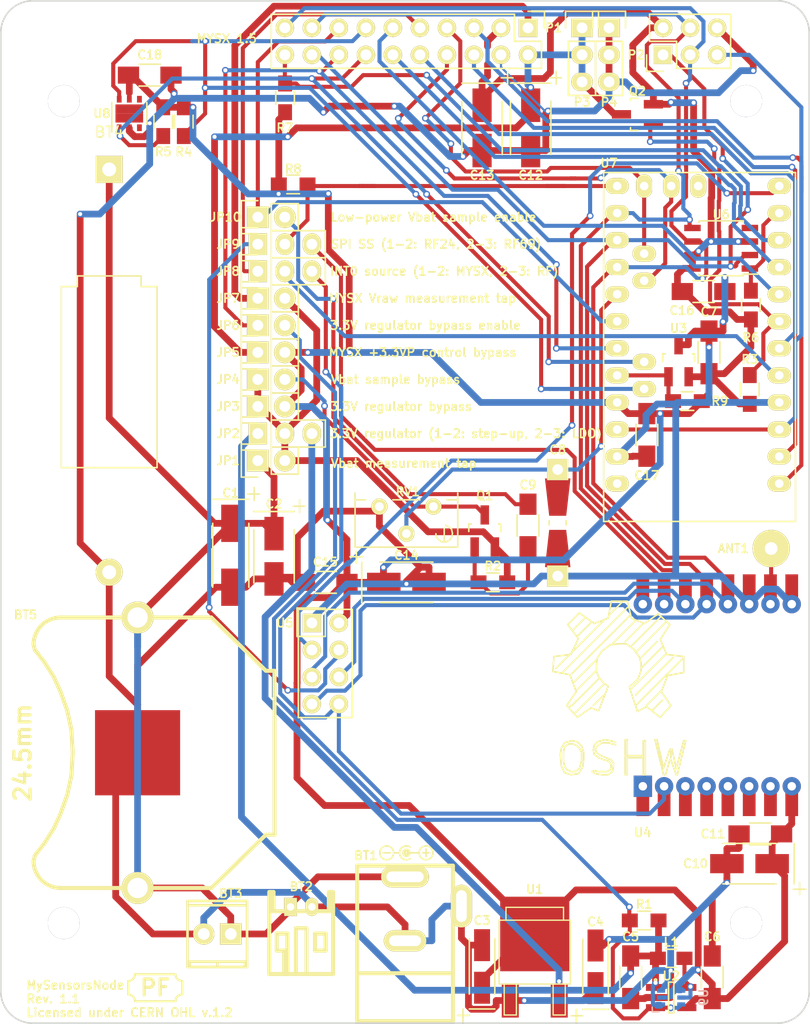
<source format=kicad_pcb>
(kicad_pcb (version 20171130) (host pcbnew "(5.1.12)-1")
  (title_block (title "Mysensors Node") (date "Wed 10 Jun 2015") (rev 1.1) (company "Designer: Patrick Fallberg") (comment 1 "Copyright (c) 2015 Patrick Fallberg") (comment 2 "Licensed under CERN OHL v.1.2") (comment 3 "Case: Supebat LE-BOX-0028"))
  (layers (0 F.Cu mixed) (31 B.Cu mixed) (34 B.Paste user hide) (35 F.Paste user hide) (36 B.SilkS user hide) (37 F.SilkS user hide) (38 B.Mask user hide) (39 F.Mask user hide) (44 Edge.Cuts user))
  (net 0 "")
  (net 1 GND)
  (net 2 "Net-(ANT1-Pad1)")
  (net 3 "Net-(BT1-Pad3)")
  (net 4 +3V3)
  (net 5 "Net-(C4-Pad1)")
  (net 6 "Net-(C5-Pad1)")
  (net 7 VBAT_SMPL)
  (net 8 "Net-(C9-Pad1)")
  (net 9 "Net-(C9-Pad2)")
  (net 10 +3.3VP)
  (net 11 +BATT)
  (net 12 "Net-(JP4-Pad2)")
  (net 13 MYSX_D10_A4)
  (net 14 "Net-(JP6-Pad2)")
  (net 15 "Net-(JP7-Pad1)")
  (net 16 MYSX_D3_INT)
  (net 17 "Net-(JP8-Pad2)")
  (net 18 RF_INT)
  (net 19 RF24_CSN)
  (net 20 "Net-(JP9-Pad2)")
  (net 21 RF69_NSS)
  (net 22 MYSX_D9_A3)
  (net 23 "Net-(L1-Pad1)")
  (net 24 MYSX_D14_CS)
  (net 25 /SCK)
  (net 26 /MISO)
  (net 27 /MOSI)
  (net 28 MYSX_D8_SDA)
  (net 29 MYSX_D7_SCL)
  (net 30 MYSX_D6_PWM)
  (net 31 MYSX_D5_PWM)
  (net 32 MYSX_D4_INT)
  (net 33 MYSX_D1_DFM)
  (net 34 MYSX_D2_DTM)
  (net 35 MYSX_A1)
  (net 36 MYSX_A2)
  (net 37 RESET)
  (net 38 MYSX_3.3V_EN)
  (net 39 FLASH_CSN)
  (net 40 ATSHA_SDA)
  (net 41 "Net-(U4-Pad1)")
  (net 42 "Net-(U4-Pad3)")
  (net 43 "Net-(U4-Pad4)")
  (net 44 "Net-(U4-Pad5)")
  (net 45 "Net-(U4-Pad6)")
  (net 46 "Net-(U4-Pad7)")
  (net 47 "Net-(U4-Pad16)")
  (net 48 RF24_CE)
  (module Resistors_SMD:R_0805_HandSoldering (layer F.Cu) (at 158.194 88.4804 270)
    (fp_text reference R3 (at -2.8194 0) (layer F.SilkS) (effects (font (size 0.8 0.8) (thickness 0.16))))
    (fp_text value 10K)
    (pad 1 smd rect (at -1.35 0 270) (size 1.5 1.3) (layers F.Cu F.Paste F.Mask) (net 38 MYSX_3.3V_EN))
    (pad 2 smd rect (at 1.35 0 270) (size 1.5 1.3) (layers F.Cu F.Paste F.Mask) (net 4 +3V3))
  )
  (module Housings_SOIC:SOIC-8_3.9x4.9mm_Pitch1.27mm (layer F.Cu) (at 155.502 75.2216 180)
    (fp_text reference U6 (at 0 3.175 180) (layer F.SilkS) (effects (font (size 0.8 0.8) (thickness 0.16))))
    (fp_text value AT25DF512C)
    (pad 1 smd rect (at -2.7 -1.905 180) (size 1.55 0.6) (layers F.Cu F.Paste F.Mask) (net 39 FLASH_CSN))
    (pad 2 smd rect (at -2.7 -0.635 180) (size 1.55 0.6) (layers F.Cu F.Paste F.Mask) (net 26 /MISO))
    (pad 3 smd rect (at -2.7 0.635 180) (size 1.55 0.6) (layers F.Cu F.Paste F.Mask) (net 4 +3V3))
    (pad 4 smd rect (at -2.7 1.905 180) (size 1.55 0.6) (layers F.Cu F.Paste F.Mask))
    (pad 5 smd rect (at 2.7 1.905 180) (size 1.55 0.6) (layers F.Cu F.Paste F.Mask) (net 27 /MOSI))
    (pad 6 smd rect (at 2.7 0.635 180) (size 1.55 0.6) (layers F.Cu F.Paste F.Mask) (net 25 /SCK))
    (pad 7 smd rect (at 2.7 -0.635 180) (size 1.55 0.6) (layers F.Cu F.Paste F.Mask) (net 4 +3V3))
    (pad 8 smd rect (at 2.7 -1.905 180) (size 1.55 0.6) (layers F.Cu F.Paste F.Mask) (net 4 +3V3))
  )
  (module Symbols:Symbol_OSHW-Logo_SilkScreen_BIG (layer F.Cu) (at 145.977 95.1606)
    (fp_text reference OPHW_LOGO hide)
    (fp_text value Symbol_OSHW-Logo_SilkScreen_BIG)
  )
  (module Mounting_Holes:MountingHole_3mm (layer F.Cu) (at 93.6992 61.3959)
    (fp_text reference HOLE1 hide)
    (fp_text value MountingHole_2.5mm)
    (pad 1 thru_hole circle (at 0 0) (size 3 3) (drill 3) (layers *.Cu *.Mask))
  )
  (module Mounting_Holes:MountingHole_3mm (layer F.Cu) (at 93.6992 138.586)
    (fp_text reference HOLE3 hide)
    (fp_text value MountingHole_2.5mm)
    (pad 1 thru_hole circle (at 0 0) (size 3 3) (drill 3) (layers *.Cu *.Mask))
  )
  (module Mounting_Holes:MountingHole_3mm (layer F.Cu) (at 157.859 61.3959)
    (fp_text reference HOLE2 hide)
    (fp_text value MountingHole_2.5mm)
    (pad 1 thru_hole circle (at 0 0) (size 3 3) (drill 3) (layers *.Cu *.Mask))
  )
  (module Mounting_Holes:MountingHole_3mm (layer F.Cu) (at 157.859 138.576)
    (fp_text reference HOLE4 hide)
    (fp_text value MountingHole_2.5mm)
    (pad 1 thru_hole circle (at 0 0) (size 3 3) (drill 3) (layers *.Cu *.Mask))
  )
  (module w_logo:Logo_silk_polarity_center_5x1.4mm (layer F.Cu) (at 125.911 131.991)
    (fp_text reference PLUG_SPEC hide)
    (fp_text value LOGO hide)
  )
  (module Wire_Pads:SolderWirePad_single_1-2mmDrill (layer F.Cu) (at 160.201 103.416)
    (fp_text reference ANT1 (at -3.556 0) (layer F.SilkS) (effects (font (size 0.8 0.8) (thickness 0.16))))
    (fp_text value CONN_01X01)
    (pad 1 thru_hole circle (at 0 0) (size 3.50012 3.50012) (drill 1.19888) (layers *.Cu *.Mask F.SilkS) (net 2 "Net-(ANT1-Pad1)"))
  )
  (module mysensors_connectors:dc_socket-kcswalter (layer F.Cu) (at 125.784 140.495)
    (fp_text reference BT1 (at -3.683 -8.24992) (layer F.SilkS) (effects (font (size 0.8 0.8) (thickness 0.16))))
    (fp_text value "2.5mm jack" hide)
    (pad 1 thru_hole oval (at 5.30098 -3.50012) (size 1.99898 4.0005) (drill oval 1.00076 2.99974) (layers *.Cu *.Mask F.SilkS) (net 1 GND))
    (pad 2 thru_hole oval (at 0 -0.24892) (size 4.0005 1.99898) (drill oval 2.99974 1.00076) (layers *.Cu *.Mask F.SilkS) (net 1 GND))
    (pad 3 thru_hole oval (at 0 -6.25094) (size 4.50088 1.99898) (drill oval 3.50012 1.00076) (layers *.Cu *.Mask F.SilkS) (net 3 "Net-(BT1-Pad3)"))
  )
  (module mysensors_connectors:s2b-ph-kl-kcswalter (layer F.Cu) (at 116.02 137.071)
    (fp_text reference BT2 (at 0 -1.905) (layer F.SilkS) (effects (font (size 0.8 0.8) (thickness 0.16))))
    (fp_text value JST hide)
    (pad 1 thru_hole rect (at -1.00076 0) (size 1.19888 1.69926) (drill 0.70104) (layers *.Cu *.Mask F.SilkS) (net 3 "Net-(BT1-Pad3)"))
    (pad 2 thru_hole oval (at 1.00076 0) (size 1.19888 1.69926) (drill 0.70104) (layers *.Cu *.Mask F.SilkS) (net 1 GND))
  )
  (module mysensors_connectors:TerminalBlock2.54mmx2-kcswalter (layer F.Cu) (at 108.131 139.611)
    (fp_text reference BT3 (at 1.27 -3.81) (layer F.SilkS) (effects (font (size 0.8 0.8) (thickness 0.16))))
    (fp_text value Generic hide)
    (pad 2 thru_hole oval (at -1.27 0) (size 1.99898 1.99898) (drill 1.09728) (layers *.Cu *.Mask F.SilkS) (net 1 GND))
    (pad 1 thru_hole rect (at 1.27 0) (size 1.99898 1.99898) (drill 1.09728) (layers *.Cu *.Mask F.SilkS) (net 3 "Net-(BT1-Pad3)"))
  )
  (module mysensors_connectors:keystone_3009-kcswalter (layer F.Cu) (at 100.638 122.593 270)
    (fp_text reference BT5 (at -12.954 10.541) (layer F.SilkS) (effects (font (size 0.8 0.8) (thickness 0.16))))
    (fp_text value 24.5mm (at 0 10.8 270) (layer F.SilkS) (effects (font (size 1.524 1.524) (thickness 0.3048))))
    (pad 1 thru_hole circle (at -12.7 0 270) (size 3 3) (drill 1.9) (layers *.Cu *.Mask F.SilkS) (net 3 "Net-(BT1-Pad3)"))
    (pad 1 thru_hole circle (at 12.7 0 270) (size 3 3) (drill 1.9) (layers *.Cu *.Mask F.SilkS) (net 3 "Net-(BT1-Pad3)"))
    (pad 2 smd rect (at 0 0 270) (size 8 8) (layers F.Cu F.Paste F.Mask) (net 1 GND))
  )
  (module Capacitors_Tantalum_SMD:TantalC_SizeC_EIA-6032_HandSoldering (layer F.Cu) (at 109.401 104.051 270)
    (fp_text reference C1 (at -5.842 0) (layer F.SilkS) (effects (font (size 0.8 0.8) (thickness 0.16))))
    (fp_text value 47uF)
    (pad 2 smd rect (at 2.99974 0 270) (size 3.50012 1.80086) (layers F.Cu F.Paste F.Mask) (net 1 GND))
    (pad 1 smd rect (at -2.99974 0 270) (size 3.50012 1.80086) (layers F.Cu F.Paste F.Mask) (net 3 "Net-(BT1-Pad3)"))
  )
  (module Capacitors_Tantalum_SMD:TantalC_SizeB_EIA-3528_HandSoldering (layer F.Cu) (at 113.465 104.145 270)
    (fp_text reference C2 (at -4.91998 0) (layer F.SilkS) (effects (font (size 0.8 0.8) (thickness 0.16))))
    (fp_text value 4.7uF)
    (pad 2 smd rect (at 2.12598 0 270) (size 3.1496 1.80086) (layers F.Cu F.Paste F.Mask) (net 1 GND))
    (pad 1 smd rect (at -2.12598 0 270) (size 3.1496 1.80086) (layers F.Cu F.Paste F.Mask) (net 3 "Net-(BT1-Pad3)"))
  )
  (module Capacitors_Tantalum_SMD:TantalC_SizeA_EIA-3216_HandSoldering (layer F.Cu) (at 133.023 142.659 90)
    (fp_text reference C3 (at 4.318 0 180) (layer F.SilkS) (effects (font (size 0.8 0.8) (thickness 0.16))))
    (fp_text value 10uF)
    (pad 2 smd rect (at 1.99898 0 90) (size 2.99974 1.50114) (layers F.Cu F.Paste F.Mask) (net 1 GND))
    (pad 1 smd rect (at -1.99898 0 90) (size 2.99974 1.50114) (layers F.Cu F.Paste F.Mask) (net 4 +3V3))
  )
  (module Capacitors_Tantalum_SMD:TantalC_SizeA_EIA-3216_HandSoldering (layer F.Cu) (at 143.691 142.692 90)
    (fp_text reference C4 (at 4.22402 0 180) (layer F.SilkS) (effects (font (size 0.8 0.8) (thickness 0.16))))
    (fp_text value 10uF)
    (pad 2 smd rect (at 1.99898 0 90) (size 2.99974 1.50114) (layers F.Cu F.Paste F.Mask) (net 1 GND))
    (pad 1 smd rect (at -1.99898 0 90) (size 2.99974 1.50114) (layers F.Cu F.Paste F.Mask) (net 5 "Net-(C4-Pad1)"))
  )
  (module Capacitors_SMD:C_1206_HandSoldering (layer F.Cu) (at 146.993 143.675 270)
    (fp_text reference C5 (at -3.81 0) (layer F.SilkS) (effects (font (size 0.8 0.8) (thickness 0.16))))
    (fp_text value 10uF)
    (pad 1 smd rect (at -2 0 270) (size 2 1.6) (layers F.Cu F.Paste F.Mask) (net 6 "Net-(C5-Pad1)"))
    (pad 2 smd rect (at 2 0 270) (size 2 1.6) (layers F.Cu F.Paste F.Mask) (net 1 GND))
  )
  (module Capacitors_SMD:C_1206_HandSoldering (layer F.Cu) (at 154.664 143.675 90)
    (fp_text reference C6 (at 3.81 0 180) (layer F.SilkS) (effects (font (size 0.8 0.8) (thickness 0.16))))
    (fp_text value 10uF)
    (pad 1 smd rect (at -2 0 90) (size 2 1.6) (layers F.Cu F.Paste F.Mask) (net 4 +3V3))
    (pad 2 smd rect (at 2 0 90) (size 2 1.6) (layers F.Cu F.Paste F.Mask) (net 1 GND))
  )
  (module Capacitors_SMD:C_1206_HandSoldering (layer F.Cu) (at 154.359 85.0006 90)
    (fp_text reference C7 (at 3.81 0 180) (layer F.SilkS) (effects (font (size 0.8 0.8) (thickness 0.16))))
    (fp_text value 0.1uF)
    (pad 1 smd rect (at -2 0 90) (size 2 1.6) (layers F.Cu F.Paste F.Mask) (net 4 +3V3))
    (pad 2 smd rect (at 2 0 90) (size 2 1.6) (layers F.Cu F.Paste F.Mask) (net 1 GND))
  )
  (module Resistors_Universal:Resistor_SMD+THTuniversal_0805to1206_RM10_HandSoldering (layer F.Cu) (at 140.135 101.003 270)
    (fp_text reference C8 (at -6.858 0) (layer F.SilkS) (effects (font (size 0.8 0.8) (thickness 0.16))))
    (fp_text value C)
    (pad 1 smd trapezoid (at -2.413 0 270) (size 3.50012 1.99898) (rect_delta 0.39878 0) (layers F.Cu F.Paste F.Mask) (net 7 VBAT_SMPL))
    (pad 2 smd trapezoid (at 2.413 0 90) (size 3.50012 1.99898) (rect_delta 0.39878 0) (layers F.Cu F.Paste F.Mask) (net 1 GND))
    (pad 1 thru_hole rect (at -5.00126 0 90) (size 1.99898 1.99898) (drill 1.00076) (layers *.Cu *.Mask F.SilkS) (net 7 VBAT_SMPL))
    (pad 2 thru_hole rect (at 5.00126 0 90) (size 1.99898 1.99898) (drill 1.00076) (layers *.Cu *.Mask F.SilkS) (net 1 GND))
  )
  (module Capacitors_SMD:C_1206_HandSoldering (layer F.Cu) (at 137.341 101.257 270)
    (fp_text reference C9 (at -3.81 0) (layer F.SilkS) (effects (font (size 0.8 0.8) (thickness 0.16))))
    (fp_text value 0.1uF)
    (pad 1 smd rect (at -2 0 270) (size 2 1.6) (layers F.Cu F.Paste F.Mask) (net 8 "Net-(C9-Pad1)"))
    (pad 2 smd rect (at 2 0 270) (size 2 1.6) (layers F.Cu F.Paste F.Mask) (net 9 "Net-(C9-Pad2)"))
  )
  (module Capacitors_Tantalum_SMD:TantalC_SizeB_EIA-3528_HandSoldering (layer F.Cu) (at 158.169 133.007 180)
    (fp_text reference C10 (at 5.08 0 180) (layer F.SilkS) (effects (font (size 0.8 0.8) (thickness 0.16))))
    (fp_text value 4.7uF)
    (pad 2 smd rect (at 2.12598 0 180) (size 3.1496 1.80086) (layers F.Cu F.Paste F.Mask) (net 1 GND))
    (pad 1 smd rect (at -2.12598 0 180) (size 3.1496 1.80086) (layers F.Cu F.Paste F.Mask) (net 4 +3V3))
  )
  (module Capacitors_SMD:C_1206_HandSoldering (layer F.Cu) (at 159.185 130.213)
    (fp_text reference C11 (at -4.445 0) (layer F.SilkS) (effects (font (size 0.8 0.8) (thickness 0.16))))
    (fp_text value 0.1uF)
    (pad 1 smd rect (at -2 0) (size 2 1.6) (layers F.Cu F.Paste F.Mask) (net 1 GND))
    (pad 2 smd rect (at 2 0) (size 2 1.6) (layers F.Cu F.Paste F.Mask) (net 4 +3V3))
  )
  (module Capacitors_Tantalum_SMD:TantalC_SizeB_EIA-3528_HandSoldering (layer F.Cu) (at 137.595 63.9186 270)
    (fp_text reference C12 (at 4.445 0) (layer F.SilkS) (effects (font (size 0.8 0.8) (thickness 0.16))))
    (fp_text value 4.7uF)
    (pad 2 smd rect (at 2.12598 0 270) (size 3.1496 1.80086) (layers F.Cu F.Paste F.Mask) (net 1 GND))
    (pad 1 smd rect (at -2.12598 0 270) (size 3.1496 1.80086) (layers F.Cu F.Paste F.Mask) (net 10 +3.3VP))
  )
  (module Capacitors_Tantalum_SMD:TantalC_SizeB_EIA-3528_HandSoldering (layer F.Cu) (at 133.023 63.9186 270)
    (fp_text reference C13 (at 4.445 0) (layer F.SilkS) (effects (font (size 0.8 0.8) (thickness 0.16))))
    (fp_text value 4.7uF)
    (pad 2 smd rect (at 2.12598 0 270) (size 3.1496 1.80086) (layers F.Cu F.Paste F.Mask) (net 1 GND))
    (pad 1 smd rect (at -2.12598 0 270) (size 3.1496 1.80086) (layers F.Cu F.Paste F.Mask) (net 4 +3V3))
  )
  (module Capacitors_Tantalum_SMD:TantalC_SizeB_EIA-3528_HandSoldering (layer F.Cu) (at 125.911 106.591)
    (fp_text reference C14 (at 0 -2.54) (layer F.SilkS) (effects (font (size 0.8 0.8) (thickness 0.16))))
    (fp_text value 4.7uF)
    (pad 2 smd rect (at 2.12598 0) (size 3.1496 1.80086) (layers F.Cu F.Paste F.Mask) (net 1 GND))
    (pad 1 smd rect (at -2.12598 0) (size 3.1496 1.80086) (layers F.Cu F.Paste F.Mask) (net 4 +3V3))
  )
  (module Capacitors_SMD:C_1206_HandSoldering (layer F.Cu) (at 118.323 106.591)
    (fp_text reference C15 (at -0.032 -1.905) (layer F.SilkS) (effects (font (size 0.8 0.8) (thickness 0.16))))
    (fp_text value 0.1uF)
    (pad 1 smd rect (at -2 0) (size 2 1.6) (layers F.Cu F.Paste F.Mask) (net 1 GND))
    (pad 2 smd rect (at 2 0) (size 2 1.6) (layers F.Cu F.Paste F.Mask) (net 4 +3V3))
  )
  (module Capacitors_SMD:C_1206_HandSoldering (layer F.Cu) (at 153.851 79.2856 180)
    (fp_text reference C16 (at 2.032 -1.778) (layer F.SilkS) (effects (font (size 0.8 0.8) (thickness 0.16))))
    (fp_text value 0.1uF)
    (pad 1 smd rect (at -2 0 180) (size 2 1.6) (layers F.Cu F.Paste F.Mask) (net 1 GND))
    (pad 2 smd rect (at 2 0 180) (size 2 1.6) (layers F.Cu F.Paste F.Mask) (net 4 +3V3))
  )
  (module Capacitors_SMD:C_1206_HandSoldering (layer F.Cu) (at 148.517 92.7476 270)
    (fp_text reference C17 (at 3.81 0) (layer F.SilkS) (effects (font (size 0.8 0.8) (thickness 0.16))))
    (fp_text value 0.1uF)
    (pad 1 smd rect (at -2 0 270) (size 2 1.6) (layers F.Cu F.Paste F.Mask) (net 4 +3V3))
    (pad 2 smd rect (at 2 0 270) (size 2 1.6) (layers F.Cu F.Paste F.Mask) (net 1 GND))
  )
  (module Capacitors_SMD:C_1206_HandSoldering (layer F.Cu) (at 101.781 58.9656)
    (fp_text reference C18 (at 0 -1.905) (layer F.SilkS) (effects (font (size 0.8 0.8) (thickness 0.16))))
    (fp_text value 0.1uF)
    (pad 1 smd rect (at -2 0) (size 2 1.6) (layers F.Cu F.Paste F.Mask) (net 4 +3V3))
    (pad 2 smd rect (at 2 0) (size 2 1.6) (layers F.Cu F.Paste F.Mask) (net 1 GND))
  )
  (module Pin_Headers:Pin_Header_Straight_1x02 (layer F.Cu) (at 111.941 95.1606 90)
    (fp_text reference JP1 (at 0 -2.794 180) (layer F.SilkS) (effects (font (size 0.8 0.8) (thickness 0.16))))
    (fp_text value Jumper_NO_Small)
    (pad 1 thru_hole rect (at 0 0 90) (size 2.032 2.032) (drill 1.016) (layers *.Cu *.Mask F.SilkS) (net 3 "Net-(BT1-Pad3)"))
    (pad 2 thru_hole oval (at 0 2.54 90) (size 2.032 2.032) (drill 1.016) (layers *.Cu *.Mask F.SilkS) (net 11 +BATT))
  )
  (module Pin_Headers:Pin_Header_Straight_1x03 (layer F.Cu) (at 111.941 92.6206 90)
    (fp_text reference JP2 (at 0 -2.794 180) (layer F.SilkS) (effects (font (size 0.8 0.8) (thickness 0.16))))
    (fp_text value JUMPER3)
    (pad 1 thru_hole rect (at 0 0 90) (size 2.032 1.7272) (drill 1.016) (layers *.Cu *.Mask F.SilkS) (net 6 "Net-(C5-Pad1)"))
    (pad 2 thru_hole oval (at 0 2.54 90) (size 2.032 1.7272) (drill 1.016) (layers *.Cu *.Mask F.SilkS) (net 11 +BATT))
    (pad 3 thru_hole oval (at 0 5.08 90) (size 2.032 1.7272) (drill 1.016) (layers *.Cu *.Mask F.SilkS) (net 5 "Net-(C4-Pad1)"))
  )
  (module Pin_Headers:Pin_Header_Straight_1x02 (layer F.Cu) (at 111.941 90.0806 90)
    (fp_text reference JP3 (at 0 -2.794 180) (layer F.SilkS) (effects (font (size 0.8 0.8) (thickness 0.16))))
    (fp_text value Jumper_NO_Small)
    (pad 1 thru_hole rect (at 0 0 90) (size 2.032 2.032) (drill 1.016) (layers *.Cu *.Mask F.SilkS) (net 11 +BATT))
    (pad 2 thru_hole oval (at 0 2.54 90) (size 2.032 2.032) (drill 1.016) (layers *.Cu *.Mask F.SilkS) (net 4 +3V3))
  )
  (module Pin_Headers:Pin_Header_Straight_1x02 (layer F.Cu) (at 111.941 87.5406 90)
    (fp_text reference JP4 (at 0 -2.794 180) (layer F.SilkS) (effects (font (size 0.8 0.8) (thickness 0.16))))
    (fp_text value Jumper_NO_Small)
    (pad 1 thru_hole rect (at 0 0 90) (size 2.032 2.032) (drill 1.016) (layers *.Cu *.Mask F.SilkS) (net 11 +BATT))
    (pad 2 thru_hole oval (at 0 2.54 90) (size 2.032 2.032) (drill 1.016) (layers *.Cu *.Mask F.SilkS) (net 12 "Net-(JP4-Pad2)"))
  )
  (module Pin_Headers:Pin_Header_Straight_1x02 (layer F.Cu) (at 111.941 85.0006 90)
    (fp_text reference JP5 (at 0 -2.794 180) (layer F.SilkS) (effects (font (size 0.8 0.8) (thickness 0.16))))
    (fp_text value Jumper_NO_Small)
    (pad 1 thru_hole rect (at 0 0 90) (size 2.032 2.032) (drill 1.016) (layers *.Cu *.Mask F.SilkS) (net 10 +3.3VP))
    (pad 2 thru_hole oval (at 0 2.54 90) (size 2.032 2.032) (drill 1.016) (layers *.Cu *.Mask F.SilkS) (net 4 +3V3))
  )
  (module Pin_Headers:Pin_Header_Straight_1x02 (layer F.Cu) (at 111.941 82.4606 90)
    (fp_text reference JP6 (at 0 -2.794 180) (layer F.SilkS) (effects (font (size 0.8 0.8) (thickness 0.16))))
    (fp_text value Jumper_NO_Small)
    (pad 1 thru_hole rect (at 0 0 90) (size 2.032 2.032) (drill 1.016) (layers *.Cu *.Mask F.SilkS) (net 13 MYSX_D10_A4))
    (pad 2 thru_hole oval (at 0 2.54 90) (size 2.032 2.032) (drill 1.016) (layers *.Cu *.Mask F.SilkS) (net 14 "Net-(JP6-Pad2)"))
  )
  (module Pin_Headers:Pin_Header_Straight_1x02 (layer F.Cu) (at 111.941 79.9206 90)
    (fp_text reference JP7 (at 0 -2.794 180) (layer F.SilkS) (effects (font (size 0.8 0.8) (thickness 0.16))))
    (fp_text value Jumper_NO_Small)
    (pad 1 thru_hole rect (at 0 0 90) (size 2.032 2.032) (drill 1.016) (layers *.Cu *.Mask F.SilkS) (net 15 "Net-(JP7-Pad1)"))
    (pad 2 thru_hole oval (at 0 2.54 90) (size 2.032 2.032) (drill 1.016) (layers *.Cu *.Mask F.SilkS) (net 11 +BATT))
  )
  (module Pin_Headers:Pin_Header_Straight_1x03 (layer F.Cu) (at 111.941 77.3806 90)
    (fp_text reference JP8 (at 0 -2.794 180) (layer F.SilkS) (effects (font (size 0.8 0.8) (thickness 0.16))))
    (fp_text value JUMPER3)
    (pad 1 thru_hole rect (at 0 0 90) (size 2.032 1.7272) (drill 1.016) (layers *.Cu *.Mask F.SilkS) (net 16 MYSX_D3_INT))
    (pad 2 thru_hole oval (at 0 2.54 90) (size 2.032 1.7272) (drill 1.016) (layers *.Cu *.Mask F.SilkS) (net 17 "Net-(JP8-Pad2)"))
    (pad 3 thru_hole oval (at 0 5.08 90) (size 2.032 1.7272) (drill 1.016) (layers *.Cu *.Mask F.SilkS) (net 18 RF_INT))
  )
  (module Pin_Headers:Pin_Header_Straight_1x03 (layer F.Cu) (at 111.941 74.8406 90)
    (fp_text reference JP9 (at 0 -2.794 180) (layer F.SilkS) (effects (font (size 0.8 0.8) (thickness 0.16))))
    (fp_text value JUMPER3)
    (pad 1 thru_hole rect (at 0 0 90) (size 2.032 1.7272) (drill 1.016) (layers *.Cu *.Mask F.SilkS) (net 19 RF24_CSN))
    (pad 2 thru_hole oval (at 0 2.54 90) (size 2.032 1.7272) (drill 1.016) (layers *.Cu *.Mask F.SilkS) (net 20 "Net-(JP9-Pad2)"))
    (pad 3 thru_hole oval (at 0 5.08 90) (size 2.032 1.7272) (drill 1.016) (layers *.Cu *.Mask F.SilkS) (net 21 RF69_NSS))
  )
  (module Pin_Headers:Pin_Header_Straight_1x02 (layer F.Cu) (at 111.941 72.3006 90)
    (fp_text reference JP10 (at 0 -3.048 180) (layer F.SilkS) (effects (font (size 0.8 0.8) (thickness 0.16))))
    (fp_text value Jumper_NO_Small)
    (pad 1 thru_hole rect (at 0 0 90) (size 2.032 2.032) (drill 1.016) (layers *.Cu *.Mask F.SilkS) (net 22 MYSX_D9_A3))
    (pad 2 thru_hole oval (at 0 2.54 90) (size 2.032 2.032) (drill 1.016) (layers *.Cu *.Mask F.SilkS) (net 8 "Net-(C9-Pad1)"))
  )
  (module Capacitors_SMD:C_0805_HandSoldering (layer F.Cu) (at 150.803 141.897 180)
    (fp_text reference L1 (at 0 1.524 180) (layer F.SilkS) (effects (font (size 0.8 0.8) (thickness 0.16))))
    (fp_text value 4.7uH)
    (pad 1 smd rect (at -1.25 0 180) (size 1.5 1.25) (layers F.Cu F.Paste F.Mask) (net 23 "Net-(L1-Pad1)"))
    (pad 2 smd rect (at 1.25 0 180) (size 1.5 1.25) (layers F.Cu F.Paste F.Mask) (net 6 "Net-(C5-Pad1)"))
  )
  (module mysensors_connectors:MYSX_1.5 (layer F.Cu) (at 137.341 54.5206 270)
    (fp_text reference P1 (at 0 -2.413) (layer F.SilkS) (effects (font (size 0.8 0.8) (thickness 0.16))))
    (fp_text value MYSX_1.5)
    (pad 20 thru_hole oval (at 2.54 22.86 270) (size 1.7272 1.7272) (drill 1.016) (layers *.Cu *.Mask F.SilkS) (net 24 MYSX_D14_CS))
    (pad 19 thru_hole oval (at 0 22.86 270) (size 1.7272 1.7272) (drill 1.016) (layers *.Cu *.Mask F.SilkS) (net 25 /SCK))
    (pad 18 thru_hole oval (at 2.54 20.32 270) (size 1.7272 1.7272) (drill 1.016) (layers *.Cu *.Mask F.SilkS) (net 26 /MISO))
    (pad 17 thru_hole oval (at 0 20.32 270) (size 1.7272 1.7272) (drill 1.016) (layers *.Cu *.Mask F.SilkS) (net 27 /MOSI))
    (pad 16 thru_hole oval (at 2.54 17.78 270) (size 1.7272 1.7272) (drill 1.016) (layers *.Cu *.Mask F.SilkS) (net 13 MYSX_D10_A4))
    (pad 15 thru_hole oval (at 0 17.78 270) (size 1.7272 1.7272) (drill 1.016) (layers *.Cu *.Mask F.SilkS) (net 22 MYSX_D9_A3))
    (pad 14 thru_hole oval (at 2.54 15.24 270) (size 1.7272 1.7272) (drill 1.016) (layers *.Cu *.Mask F.SilkS) (net 28 MYSX_D8_SDA))
    (pad 13 thru_hole oval (at 0 15.24 270) (size 1.7272 1.7272) (drill 1.016) (layers *.Cu *.Mask F.SilkS) (net 29 MYSX_D7_SCL))
    (pad 12 thru_hole oval (at 2.54 12.7 270) (size 1.7272 1.7272) (drill 1.016) (layers *.Cu *.Mask F.SilkS) (net 30 MYSX_D6_PWM))
    (pad 11 thru_hole oval (at 0 12.7 270) (size 1.7272 1.7272) (drill 1.016) (layers *.Cu *.Mask F.SilkS) (net 31 MYSX_D5_PWM))
    (pad 10 thru_hole oval (at 2.54 10.16 270) (size 1.7272 1.7272) (drill 1.016) (layers *.Cu *.Mask F.SilkS) (net 32 MYSX_D4_INT))
    (pad 9 thru_hole oval (at 0 10.16 270) (size 1.7272 1.7272) (drill 1.016) (layers *.Cu *.Mask F.SilkS) (net 16 MYSX_D3_INT))
    (pad 1 thru_hole rect (at 0 0 270) (size 1.7272 1.7272) (drill 1.016) (layers *.Cu *.Mask F.SilkS) (net 15 "Net-(JP7-Pad1)"))
    (pad 2 thru_hole oval (at 2.54 0 270) (size 1.7272 1.7272) (drill 1.016) (layers *.Cu *.Mask F.SilkS) (net 10 +3.3VP))
    (pad 3 thru_hole oval (at 0 2.54 270) (size 1.7272 1.7272) (drill 1.016) (layers *.Cu *.Mask F.SilkS) (net 4 +3V3))
    (pad 4 thru_hole oval (at 2.54 2.54 270) (size 1.7272 1.7272) (drill 1.016) (layers *.Cu *.Mask F.SilkS) (net 1 GND))
    (pad 5 thru_hole oval (at 0 5.08 270) (size 1.7272 1.7272) (drill 1.016) (layers *.Cu *.Mask F.SilkS) (net 33 MYSX_D1_DFM))
    (pad 6 thru_hole oval (at 2.54 5.08 270) (size 1.7272 1.7272) (drill 1.016) (layers *.Cu *.Mask F.SilkS) (net 34 MYSX_D2_DTM))
    (pad 7 thru_hole oval (at 0 7.62 270) (size 1.7272 1.7272) (drill 1.016) (layers *.Cu *.Mask F.SilkS) (net 35 MYSX_A1))
    (pad 8 thru_hole oval (at 2.54 7.62 270) (size 1.7272 1.7272) (drill 1.016) (layers *.Cu *.Mask F.SilkS) (net 36 MYSX_A2))
  )
  (module Pin_Headers:Pin_Header_Straight_2x03 (layer F.Cu) (at 150.041 57.0606 90)
    (fp_text reference P2 (at 0 -2.54 180) (layer F.SilkS) (effects (font (size 0.8 0.8) (thickness 0.16))))
    (fp_text value CONN_02X03)
    (pad 1 thru_hole rect (at 0 0 90) (size 1.7272 1.7272) (drill 1.016) (layers *.Cu *.Mask F.SilkS) (net 26 /MISO))
    (pad 2 thru_hole oval (at 2.54 0 90) (size 1.7272 1.7272) (drill 1.016) (layers *.Cu *.Mask F.SilkS) (net 4 +3V3))
    (pad 3 thru_hole oval (at 0 2.54 90) (size 1.7272 1.7272) (drill 1.016) (layers *.Cu *.Mask F.SilkS) (net 25 /SCK))
    (pad 4 thru_hole oval (at 2.54 2.54 90) (size 1.7272 1.7272) (drill 1.016) (layers *.Cu *.Mask F.SilkS) (net 27 /MOSI))
    (pad 5 thru_hole oval (at 0 5.08 90) (size 1.7272 1.7272) (drill 1.016) (layers *.Cu *.Mask F.SilkS) (net 37 RESET))
    (pad 6 thru_hole oval (at 2.54 5.08 90) (size 1.7272 1.7272) (drill 1.016) (layers *.Cu *.Mask F.SilkS) (net 1 GND))
  )
  (module Pin_Headers:Pin_Header_Straight_1x03 (layer F.Cu) (at 142.421 54.5206)
    (fp_text reference P3 (at 0 6.985) (layer F.SilkS) (effects (font (size 0.8 0.8) (thickness 0.16))))
    (fp_text value CONN_01X03)
    (pad 1 thru_hole rect (at 0 0) (size 2.032 1.7272) (drill 1.016) (layers *.Cu *.Mask F.SilkS) (net 10 +3.3VP))
    (pad 2 thru_hole oval (at 0 2.54) (size 2.032 1.7272) (drill 1.016) (layers *.Cu *.Mask F.SilkS) (net 10 +3.3VP))
    (pad 3 thru_hole oval (at 0 5.08) (size 2.032 1.7272) (drill 1.016) (layers *.Cu *.Mask F.SilkS) (net 10 +3.3VP))
  )
  (module Pin_Headers:Pin_Header_Straight_1x03 (layer F.Cu) (at 144.961 54.5206)
    (fp_text reference P4 (at 0 6.985) (layer F.SilkS) (effects (font (size 0.8 0.8) (thickness 0.16))))
    (fp_text value CONN_01X03)
    (pad 1 thru_hole rect (at 0 0) (size 2.032 1.7272) (drill 1.016) (layers *.Cu *.Mask F.SilkS) (net 1 GND))
    (pad 2 thru_hole oval (at 0 2.54) (size 2.032 1.7272) (drill 1.016) (layers *.Cu *.Mask F.SilkS) (net 1 GND))
    (pad 3 thru_hole oval (at 0 5.08) (size 2.032 1.7272) (drill 1.016) (layers *.Cu *.Mask F.SilkS) (net 1 GND))
  )
  (module Housings_SOT-23_SOT-143_TSOT-6:SOT-23_Handsoldering (layer F.Cu) (at 133.277 101.765)
    (fp_text reference Q1 (at 0 -3.302 180) (layer F.SilkS) (effects (font (size 0.8 0.8) (thickness 0.16))))
    (fp_text value DMP3056L-7)
    (pad 1 smd rect (at -0.95 1.50114) (size 0.8001 1.80086) (layers F.Cu F.Paste F.Mask) (net 9 "Net-(C9-Pad2)"))
    (pad 2 smd rect (at 0.95 1.50114) (size 0.8001 1.80086) (layers F.Cu F.Paste F.Mask) (net 11 +BATT))
    (pad 3 smd rect (at 0 -1.50114) (size 0.8001 1.80086) (layers F.Cu F.Paste F.Mask) (net 12 "Net-(JP4-Pad2)"))
  )
  (module Housings_SOT-23_SOT-143_TSOT-6:SOT-23_Handsoldering (layer F.Cu) (at 147.628 62.6486 90)
    (fp_text reference Q2 (at 2.1844 0 180) (layer F.SilkS) (effects (font (size 0.8 0.8) (thickness 0.16))))
    (fp_text value DMP3056L-7)
    (pad 1 smd rect (at -0.95 1.50114 90) (size 0.8001 1.80086) (layers F.Cu F.Paste F.Mask) (net 38 MYSX_3.3V_EN))
    (pad 2 smd rect (at 0.95 1.50114 90) (size 0.8001 1.80086) (layers F.Cu F.Paste F.Mask) (net 4 +3V3))
    (pad 3 smd rect (at 0 -1.50114 90) (size 0.8001 1.80086) (layers F.Cu F.Paste F.Mask) (net 10 +3.3VP))
  )
  (module Resistors_SMD:R_0805_HandSoldering (layer F.Cu) (at 148.263 138.341 180)
    (fp_text reference R1 (at 0 1.524 180) (layer F.SilkS) (effects (font (size 0.8 0.8) (thickness 0.16))))
    (fp_text value 150K)
    (pad 1 smd rect (at -1.35 0 180) (size 1.5 1.3) (layers F.Cu F.Paste F.Mask) (net 6 "Net-(C5-Pad1)"))
    (pad 2 smd rect (at 1.35 0 180) (size 1.5 1.3) (layers F.Cu F.Paste F.Mask) (net 14 "Net-(JP6-Pad2)"))
  )
  (module Resistors_SMD:R_0805_HandSoldering (layer F.Cu) (at 134.039 106.591)
    (fp_text reference R2 (at 0 -1.524) (layer F.SilkS) (effects (font (size 0.8 0.8) (thickness 0.16))))
    (fp_text value 10K)
    (pad 1 smd rect (at -1.35 0) (size 1.5 1.3) (layers F.Cu F.Paste F.Mask) (net 9 "Net-(C9-Pad2)"))
    (pad 2 smd rect (at 1.35 0) (size 1.5 1.3) (layers F.Cu F.Paste F.Mask) (net 11 +BATT))
  )
  (module Resistors_SMD:R_0805_HandSoldering (layer F.Cu) (at 104.981 63.3344 90)
    (fp_text reference R4 (at -2.8448 0 180) (layer F.SilkS) (effects (font (size 0.8 0.8) (thickness 0.16))))
    (fp_text value 10K)
    (pad 1 smd rect (at -1.35 0 90) (size 1.5 1.3) (layers F.Cu F.Paste F.Mask) (net 29 MYSX_D7_SCL))
    (pad 2 smd rect (at 1.35 0 90) (size 1.5 1.3) (layers F.Cu F.Paste F.Mask) (net 4 +3V3))
  )
  (module Resistors_SMD:R_0805_HandSoldering (layer F.Cu) (at 103.051 63.3344 90)
    (fp_text reference R5 (at -2.8194 0 180) (layer F.SilkS) (effects (font (size 0.8 0.8) (thickness 0.16))))
    (fp_text value 10K)
    (pad 1 smd rect (at -1.35 0 90) (size 1.5 1.3) (layers F.Cu F.Paste F.Mask) (net 28 MYSX_D8_SDA))
    (pad 2 smd rect (at 1.35 0 90) (size 1.5 1.3) (layers F.Cu F.Paste F.Mask) (net 4 +3V3))
  )
  (module Resistors_SMD:R_0805_HandSoldering (layer F.Cu) (at 158.296 80.5556 270)
    (fp_text reference R6 (at 3.048 0) (layer F.SilkS) (effects (font (size 0.8 0.8) (thickness 0.16))))
    (fp_text value 56K)
    (pad 1 smd rect (at -1.35 0 270) (size 1.5 1.3) (layers F.Cu F.Paste F.Mask) (net 39 FLASH_CSN))
    (pad 2 smd rect (at 1.35 0 270) (size 1.5 1.3) (layers F.Cu F.Paste F.Mask) (net 4 +3V3))
  )
  (module Resistors_SMD:R_0805_HandSoldering (layer F.Cu) (at 114.506 61.0992 270)
    (fp_text reference R7 (at 2.8194 0.0254) (layer F.SilkS) (effects (font (size 0.8 0.8) (thickness 0.16))))
    (fp_text value 56K)
    (pad 1 smd rect (at -1.35 0 270) (size 1.5 1.3) (layers F.Cu F.Paste F.Mask) (net 24 MYSX_D14_CS))
    (pad 2 smd rect (at 1.35 0 270) (size 1.5 1.3) (layers F.Cu F.Paste F.Mask) (net 4 +3V3))
  )
  (module Resistors_SMD:R_0805_HandSoldering (layer F.Cu) (at 115.265 69.2272)
    (fp_text reference R8 (at 0.0038 -1.4478 180) (layer F.SilkS) (effects (font (size 0.8 0.8) (thickness 0.16))))
    (fp_text value 56K)
    (pad 1 smd rect (at -1.35 0) (size 1.5 1.3) (layers F.Cu F.Paste F.Mask) (net 4 +3V3))
    (pad 2 smd rect (at 1.35 0) (size 1.5 1.3) (layers F.Cu F.Paste F.Mask) (net 20 "Net-(JP9-Pad2)"))
  )
  (module Resistors_SMD:R_0805_HandSoldering (layer F.Cu) (at 152.327 89.5726)
    (fp_text reference R9 (at 3.048 0) (layer F.SilkS) (effects (font (size 0.8 0.8) (thickness 0.16))))
    (fp_text value 56K)
    (pad 1 smd rect (at -1.35 0) (size 1.5 1.3) (layers F.Cu F.Paste F.Mask) (net 40 ATSHA_SDA))
    (pad 2 smd rect (at 1.35 0) (size 1.5 1.3) (layers F.Cu F.Paste F.Mask) (net 4 +3V3))
  )
  (module Potentiometers:Potentiometer_Bourns_3296Y_3-8Zoll_Angular_ScrewUp (layer F.Cu) (at 128.451 99.4786 90)
    (fp_text reference RV1 (at 1.397 -2.413 180) (layer F.SilkS) (effects (font (size 0.8 0.8) (thickness 0.16))))
    (fp_text value 1M)
    (pad 2 thru_hole circle (at -2.54 -2.54 90) (size 1.524 1.524) (drill 0.8128) (layers *.Cu *.Mask F.SilkS) (net 7 VBAT_SMPL))
    (pad 3 thru_hole circle (at 0 -5.08 90) (size 1.524 1.524) (drill 0.8128) (layers *.Cu *.Mask F.SilkS) (net 1 GND))
    (pad 1 thru_hole circle (at 0 0 90) (size 1.524 1.524) (drill 0.8128) (layers *.Cu *.Mask F.SilkS) (net 12 "Net-(JP4-Pad2)"))
  )
  (module mysensors_obscurities:d-pak-kcswalter (layer F.Cu) (at 137.976 142.735)
    (fp_text reference U1 (at 0 -7.3152) (layer F.SilkS) (effects (font (size 0.8 0.8) (thickness 0.16))))
    (fp_text value LD1117DT33TR hide)
    (pad 1 smd rect (at -2.30124 3.1242) (size 1.6002 3.2004) (layers F.Cu F.Paste F.Mask) (net 1 GND))
    (pad 3 smd rect (at 2.30124 3.1242) (size 1.6002 3.2004) (layers F.Cu F.Paste F.Mask) (net 5 "Net-(C4-Pad1)"))
    (pad 2 smd rect (at 0 -3.1242) (size 6.49986 7.00024) (layers F.Cu F.Paste F.Mask) (net 4 +3V3))
  )
  (module mysensors_handsoldering:SOT-23-5_Handsoldering (layer F.Cu) (at 150.803 145.58)
    (fp_text reference U2 (at 0 -2.032) (layer F.SilkS) (effects (font (size 0.8 0.8) (thickness 0.16))))
    (fp_text value TPS61097A)
    (pad 1 smd rect (at -1.47 -0.95) (size 1.80086 0.65) (layers F.Cu F.Paste F.Mask) (net 6 "Net-(C5-Pad1)"))
    (pad 2 smd rect (at -1.47 0) (size 1.80086 0.65) (layers F.Cu F.Paste F.Mask) (net 1 GND))
    (pad 3 smd rect (at -1.47 0.95) (size 1.80086 0.65) (layers F.Cu F.Paste F.Mask) (net 14 "Net-(JP6-Pad2)"))
    (pad 4 smd rect (at 1.47 0.95) (size 1.80086 0.65) (layers F.Cu F.Paste F.Mask) (net 4 +3V3))
    (pad 5 smd rect (at 1.47 -0.95) (size 1.80086 0.65) (layers F.Cu F.Paste F.Mask) (net 23 "Net-(L1-Pad1)"))
  )
  (module Housings_SOT-23_SOT-143_TSOT-6:SOT-23_Handsoldering (layer F.Cu) (at 151.499 85.7855)
    (fp_text reference U3 (at 0 -3.048) (layer F.SilkS) (effects (font (size 0.8 0.8) (thickness 0.16))))
    (fp_text value ATSHA204A)
    (pad 1 smd rect (at -0.95 1.50114) (size 0.8001 1.80086) (layers F.Cu F.Paste F.Mask) (net 40 ATSHA_SDA))
    (pad 2 smd rect (at 0.95 1.50114) (size 0.8001 1.80086) (layers F.Cu F.Paste F.Mask) (net 4 +3V3))
    (pad 3 smd rect (at 0 -1.50114) (size 0.8001 1.80086) (layers F.Cu F.Paste F.Mask) (net 1 GND))
  )
  (module mysensors_radios:RFM69HW_SMD_ThroughHole_Handsoldering (layer F.Cu) (at 148.137 125.641 90)
    (fp_text reference U4 (at -4.445 -0.001 180) (layer F.SilkS) (effects (font (size 0.8 0.8) (thickness 0.16))))
    (fp_text value RFM69HW hide)
    (pad 1 smd rect (at -1.4 0 90) (size 3 1.2) (layers F.Cu F.Paste F.Mask) (net 41 "Net-(U4-Pad1)"))
    (pad 2 smd rect (at -1.4 2 90) (size 3 1.2) (layers F.Cu F.Paste F.Mask) (net 18 RF_INT))
    (pad 3 smd rect (at -1.4 4 90) (size 3 1.2) (layers F.Cu F.Paste F.Mask) (net 42 "Net-(U4-Pad3)"))
    (pad 4 smd rect (at -1.4 6 90) (size 3 1.2) (layers F.Cu F.Paste F.Mask) (net 43 "Net-(U4-Pad4)"))
    (pad 5 smd rect (at -1.4 8 90) (size 3 1.2) (layers F.Cu F.Paste F.Mask) (net 44 "Net-(U4-Pad5)"))
    (pad 6 smd rect (at -1.4 10 90) (size 3 1.2) (layers F.Cu F.Paste F.Mask) (net 45 "Net-(U4-Pad6)"))
    (pad 7 smd rect (at -1.4 12 90) (size 3 1.2) (layers F.Cu F.Paste F.Mask) (net 46 "Net-(U4-Pad7)"))
    (pad 8 smd rect (at -1.4 14 90) (size 3 1.2) (layers F.Cu F.Paste F.Mask) (net 4 +3V3))
    (pad 9 smd rect (at 18.3 14 90) (size 3 1.2) (layers F.Cu F.Paste F.Mask) (net 1 GND))
    (pad 10 smd rect (at 18.3 12 90) (size 3 1.2) (layers F.Cu F.Paste F.Mask) (net 2 "Net-(ANT1-Pad1)"))
    (pad 11 smd rect (at 18.3 10 90) (size 3 1.2) (layers F.Cu F.Paste F.Mask) (net 1 GND))
    (pad 12 smd rect (at 18.3 8 90) (size 3 1.2) (layers F.Cu F.Paste F.Mask) (net 25 /SCK))
    (pad 13 smd rect (at 18.3 6 90) (size 3 1.2) (layers F.Cu F.Paste F.Mask) (net 26 /MISO))
    (pad 14 smd rect (at 18.3 4 90) (size 3 1.2) (layers F.Cu F.Paste F.Mask) (net 27 /MOSI))
    (pad 15 smd rect (at 18.3 2 90) (size 3 1.2) (layers F.Cu F.Paste F.Mask) (net 21 RF69_NSS))
    (pad 16 smd rect (at 18.3 0 90) (size 3 1.2) (layers F.Cu F.Paste F.Mask) (net 47 "Net-(U4-Pad16)"))
    (pad 1 thru_hole rect (at -0.1 0 90) (size 2 1.7272) (drill 0.8) (layers *.Cu *.Mask) (net 41 "Net-(U4-Pad1)"))
    (pad 2 thru_hole circle (at -0.1 2 90) (size 1.7272 1.7272) (drill 0.8) (layers *.Cu *.Mask) (net 18 RF_INT))
    (pad 3 thru_hole circle (at -0.1 4 90) (size 1.7272 1.7272) (drill 0.8) (layers *.Cu *.Mask) (net 42 "Net-(U4-Pad3)"))
    (pad 4 thru_hole circle (at -0.1 6 90) (size 1.7272 1.7272) (drill 0.8) (layers *.Cu *.Mask) (net 43 "Net-(U4-Pad4)"))
    (pad 5 thru_hole circle (at -0.1 8 90) (size 1.7272 1.7272) (drill 0.8) (layers *.Cu *.Mask) (net 44 "Net-(U4-Pad5)"))
    (pad 6 thru_hole circle (at -0.1 10 90) (size 1.7272 1.7272) (drill 0.8) (layers *.Cu *.Mask) (net 45 "Net-(U4-Pad6)"))
    (pad 7 thru_hole circle (at -0.1 12 90) (size 1.7272 1.7272) (drill 0.8) (layers *.Cu *.Mask) (net 46 "Net-(U4-Pad7)"))
    (pad 8 thru_hole circle (at -0.1 14 90) (size 1.7272 1.7272) (drill 0.8) (layers *.Cu *.Mask) (net 4 +3V3))
    (pad 9 thru_hole circle (at 17 14 90) (size 1.7272 1.7272) (drill 0.8) (layers *.Cu *.Mask) (net 1 GND))
    (pad 10 thru_hole circle (at 17 12 90) (size 1.7272 1.7272) (drill 0.8) (layers *.Cu *.Mask) (net 2 "Net-(ANT1-Pad1)"))
    (pad 11 thru_hole circle (at 17 10 90) (size 1.7272 1.7272) (drill 0.8) (layers *.Cu *.Mask) (net 1 GND))
    (pad 12 thru_hole circle (at 17 8 90) (size 1.7272 1.7272) (drill 0.8) (layers *.Cu *.Mask) (net 25 /SCK))
    (pad 13 thru_hole circle (at 17 6 90) (size 1.7272 1.7272) (drill 0.8) (layers *.Cu *.Mask) (net 26 /MISO))
    (pad 14 thru_hole circle (at 17 4 90) (size 1.7272 1.7272) (drill 0.8) (layers *.Cu *.Mask) (net 27 /MOSI))
    (pad 15 thru_hole circle (at 17 2 90) (size 1.7272 1.7272) (drill 0.8) (layers *.Cu *.Mask) (net 21 RF69_NSS))
    (pad 16 thru_hole circle (at 17 0 90) (size 1.7272 1.7272) (drill 0.8) (layers *.Cu *.Mask) (net 47 "Net-(U4-Pad16)"))
  )
  (module mysensors_radios:NRF24L01 (layer F.Cu) (at 115.497 108.877 90)
    (fp_text reference U5 (at -1.524 -1.016 180) (layer F.SilkS) (effects (font (size 0.8 0.8) (thickness 0.16))))
    (fp_text value NRF24L01 hide)
    (pad 7 thru_hole oval (at -9.144 1.524 90) (size 1.7272 1.7272) (drill 1.016) (layers *.Cu *.Mask F.SilkS) (net 26 /MISO))
    (pad 8 thru_hole oval (at -9.144 4.064 90) (size 1.7272 1.7272) (drill 1.016) (layers *.Cu *.Mask F.SilkS) (net 18 RF_INT))
    (pad 5 thru_hole oval (at -6.604 1.524 90) (size 1.7272 1.7272) (drill 1.016) (layers *.Cu *.Mask F.SilkS) (net 25 /SCK))
    (pad 6 thru_hole oval (at -6.604 4.064 90) (size 1.7272 1.7272) (drill 1.016) (layers *.Cu *.Mask F.SilkS) (net 27 /MOSI))
    (pad 3 thru_hole oval (at -4.064 1.524 90) (size 1.7272 1.7272) (drill 1.016) (layers *.Cu *.Mask F.SilkS) (net 48 RF24_CE))
    (pad 4 thru_hole oval (at -4.064 4.064 90) (size 1.7272 1.7272) (drill 1.016) (layers *.Cu *.Mask F.SilkS) (net 19 RF24_CSN))
    (pad 1 thru_hole rect (at -1.524 1.524 90) (size 1.7272 1.7272) (drill 1.016) (layers *.Cu *.Mask F.SilkS) (net 1 GND))
    (pad 2 thru_hole oval (at -1.524 4.064 90) (size 1.7272 1.7272) (drill 1.016) (layers *.Cu *.Mask F.SilkS) (net 4 +3V3))
  )
  (module mysensors_arduino:pro_mini (layer F.Cu) (at 153.343 83.3496 90)
    (fp_text reference U7 (at 16.129 -8.382 180) (layer F.SilkS) (effects (font (size 0.8 0.8) (thickness 0.16))))
    (fp_text value ArduinoProMini hide)
    (pad 28 thru_hole oval (at 5.08 -5.08 90) (size 1.50114 2.19964) (drill 0.8001) (layers *.Cu *.Mask F.SilkS) (net 36 MYSX_A2))
    (pad 27 thru_hole oval (at 7.62 -5.08 90) (size 1.50114 2.19964) (drill 0.8001) (layers *.Cu *.Mask F.SilkS) (net 35 MYSX_A1))
    (pad 1 thru_hole oval (at -13.97 7.62 90) (size 1.50114 2.19964) (drill 0.8001) (layers *.Cu *.Mask F.SilkS) (net 33 MYSX_D1_DFM))
    (pad 2 thru_hole oval (at -11.43 7.62 90) (size 1.50114 2.19964) (drill 0.8001) (layers *.Cu *.Mask F.SilkS) (net 34 MYSX_D2_DTM))
    (pad 3 thru_hole oval (at -8.89 7.62 90) (size 1.50114 2.19964) (drill 0.8001) (layers *.Cu *.Mask F.SilkS) (net 37 RESET))
    (pad 4 thru_hole oval (at -6.35 7.62 90) (size 1.50114 2.19964) (drill 0.8001) (layers *.Cu *.Mask F.SilkS) (net 1 GND))
    (pad 5 thru_hole oval (at -3.81 7.62 90) (size 1.50114 2.19964) (drill 0.8001) (layers *.Cu *.Mask F.SilkS) (net 17 "Net-(JP8-Pad2)"))
    (pad 6 thru_hole oval (at -1.27 7.62 90) (size 1.50114 2.19964) (drill 0.8001) (layers *.Cu *.Mask F.SilkS) (net 32 MYSX_D4_INT))
    (pad 7 thru_hole oval (at 1.27 7.62 90) (size 1.50114 2.19964) (drill 0.8001) (layers *.Cu *.Mask F.SilkS) (net 38 MYSX_3.3V_EN))
    (pad 8 thru_hole oval (at 3.81 7.62 90) (size 1.50114 2.19964) (drill 0.8001) (layers *.Cu *.Mask F.SilkS) (net 31 MYSX_D5_PWM))
    (pad 9 thru_hole oval (at 6.35 7.62 90) (size 1.50114 2.19964) (drill 0.8001) (layers *.Cu *.Mask F.SilkS) (net 30 MYSX_D6_PWM))
    (pad 10 thru_hole oval (at 8.89 7.62 90) (size 1.50114 2.19964) (drill 0.8001) (layers *.Cu *.Mask F.SilkS) (net 24 MYSX_D14_CS))
    (pad 11 thru_hole oval (at 11.43 7.62 90) (size 1.50114 2.19964) (drill 0.8001) (layers *.Cu *.Mask F.SilkS) (net 39 FLASH_CSN))
    (pad 12 thru_hole oval (at 13.97 7.62 90) (size 1.50114 2.19964) (drill 0.8001) (layers *.Cu *.Mask F.SilkS) (net 48 RF24_CE))
    (pad 13 thru_hole oval (at 13.97 -7.62 90) (size 1.50114 2.19964) (drill 0.8001) (layers *.Cu *.Mask F.SilkS) (net 20 "Net-(JP9-Pad2)"))
    (pad 14 thru_hole oval (at 11.43 -7.62 90) (size 1.50114 2.19964) (drill 0.8001) (layers *.Cu *.Mask F.SilkS) (net 27 /MOSI))
    (pad 15 thru_hole oval (at 8.89 -7.62 90) (size 1.50114 2.19964) (drill 0.8001) (layers *.Cu *.Mask F.SilkS) (net 26 /MISO))
    (pad 16 thru_hole oval (at 6.35 -7.62 90) (size 1.50114 2.19964) (drill 0.8001) (layers *.Cu *.Mask F.SilkS) (net 25 /SCK))
    (pad 17 thru_hole oval (at 3.81 -7.62 90) (size 1.50114 2.19964) (drill 0.8001) (layers *.Cu *.Mask F.SilkS) (net 7 VBAT_SMPL))
    (pad 18 thru_hole oval (at 1.27 -7.62 90) (size 1.50114 2.19964) (drill 0.8001) (layers *.Cu *.Mask F.SilkS) (net 22 MYSX_D9_A3))
    (pad 19 thru_hole oval (at -1.27 -7.62 90) (size 1.50114 2.19964) (drill 0.8001) (layers *.Cu *.Mask F.SilkS) (net 13 MYSX_D10_A4))
    (pad 20 thru_hole oval (at -3.81 -7.62 90) (size 1.50114 2.19964) (drill 0.8001) (layers *.Cu *.Mask F.SilkS) (net 40 ATSHA_SDA))
    (pad 21 thru_hole oval (at -6.35 -7.62 90) (size 1.50114 2.19964) (drill 0.8001) (layers *.Cu *.Mask F.SilkS) (net 4 +3V3))
    (pad 22 thru_hole oval (at -8.89 -7.62 90) (size 1.50114 2.19964) (drill 0.8001) (layers *.Cu *.Mask F.SilkS) (net 37 RESET))
    (pad 23 thru_hole oval (at -11.43 -7.62 90) (size 1.50114 2.19964) (drill 0.8001) (layers *.Cu *.Mask F.SilkS) (net 1 GND))
    (pad 24 thru_hole oval (at -13.97 -7.62 90) (size 1.50114 2.19964) (drill 0.8001) (layers *.Cu *.Mask F.SilkS))
    (pad 25 thru_hole oval (at -2.54 -5.08 90) (size 1.50114 2.19964) (drill 0.8001) (layers *.Cu *.Mask F.SilkS) (net 28 MYSX_D8_SDA))
    (pad 26 thru_hole oval (at -5.08 -5.08 90) (size 1.50114 2.19964) (drill 0.8001) (layers *.Cu *.Mask F.SilkS) (net 29 MYSX_D7_SCL))
    (pad 27 thru_hole oval (at 13.97 -5.08 90) (size 2.19964 1.50114) (drill 0.8001) (layers *.Cu *.Mask F.SilkS) (net 35 MYSX_A1))
    (pad 28 thru_hole oval (at 13.97 -2.54 90) (size 2.19964 1.50114) (drill 0.8001) (layers *.Cu *.Mask F.SilkS) (net 36 MYSX_A2))
    (pad 29 thru_hole oval (at 13.97 0 90) (size 2.19964 1.50114) (drill 0.8001) (layers *.Cu *.Mask F.SilkS))
  )
  (module Housings_DFN_QFN:DFN-6-1EP_3x3mm_Pitch0.95mm (layer F.Cu) (at 99.861 62.5656 90)
    (fp_text reference U8 (at 0 -2.575 180) (layer F.SilkS) (effects (font (size 0.8 0.8) (thickness 0.16))))
    (fp_text value Si7021)
    (pad 1 smd rect (at -1.34 -0.95 90) (size 0.63 0.45) (layers F.Cu F.Paste F.Mask) (net 28 MYSX_D8_SDA))
    (pad 2 smd rect (at -1.34 0 90) (size 0.63 0.45) (layers F.Cu F.Paste F.Mask) (net 1 GND))
    (pad 3 smd rect (at -1.34 0.95 90) (size 0.63 0.45) (layers F.Cu F.Paste F.Mask))
    (pad 4 smd rect (at 1.34 0.95 90) (size 0.63 0.45) (layers F.Cu F.Paste F.Mask))
    (pad 5 smd rect (at 1.34 0 90) (size 0.63 0.45) (layers F.Cu F.Paste F.Mask) (net 4 +3V3))
    (pad 6 smd rect (at 1.34 -0.95 90) (size 0.63 0.45) (layers F.Cu F.Paste F.Mask) (net 29 MYSX_D7_SCL))
    (pad 7 smd rect (at 0.425 0.65 90) (size 0.85 1.3) (layers F.Cu F.Paste F.Mask))
    (pad 7 smd rect (at 0.425 -0.65 90) (size 0.85 1.3) (layers F.Cu F.Paste F.Mask))
    (pad 7 smd rect (at -0.425 0.65 90) (size 0.85 1.3) (layers F.Cu F.Paste F.Mask))
    (pad 7 smd rect (at -0.425 -0.65 90) (size 0.85 1.3) (layers F.Cu F.Paste F.Mask))
  )
  (module Housings_SOT-23_SOT-143_TSOT-6:SC-70-6 (layer B.Cu) (at 150.803 145.58 90)
    (fp_text reference U9 (at 0.01016 3.05054 90) (layer B.SilkS) (effects (font (size 0.8 0.8) (thickness 0.16)) (justify mirror)))
    (fp_text value TPS61221)
    (pad 1 smd rect (at -0.65024 -0.94996 90) (size 0.39878 0.7493) (layers B.Cu B.Paste B.Mask) (net 6 "Net-(C5-Pad1)"))
    (pad 2 smd rect (at 0 -0.94996 90) (size 0.39878 0.7493) (layers B.Cu B.Paste B.Mask) (net 4 +3V3))
    (pad 3 smd rect (at 0.65024 -0.94996 90) (size 0.39878 0.7493) (layers B.Cu B.Paste B.Mask) (net 1 GND))
    (pad 4 smd rect (at 0.65024 0.94996 90) (size 0.39878 0.7493) (layers B.Cu B.Paste B.Mask) (net 4 +3V3))
    (pad 5 smd rect (at 0 0.94996 90) (size 0.39878 0.7493) (layers B.Cu B.Paste B.Mask) (net 23 "Net-(L1-Pad1)"))
    (pad 6 smd rect (at -0.65024 0.94996 90) (size 0.39878 0.7493) (layers B.Cu B.Paste B.Mask) (net 14 "Net-(JP6-Pad2)"))
  )
  (module mysensors_connectors:CR123_holder (layer F.Cu) (at 97.971 67.8206)
    (fp_text reference BT4 (at 0 -3.5) (layer F.SilkS))
    (fp_text value CR123)
    (pad 1 thru_hole rect (at 0 0) (size 2.54 2.54) (drill 1.3) (layers *.Cu *.Mask F.SilkS) (net 3 "Net-(BT1-Pad3)"))
    (pad 2 thru_hole circle (at 0 37.82) (size 2.54 2.54) (drill 1.3) (layers *.Cu *.Mask F.SilkS) (net 1 GND))
    (pad "" np_thru_hole circle (at 8.1 0) (size 1.98 1.98) (drill 1.98) (layers *.Cu Dwgs.User))
  )
  (gr_text "MYSX +3.3VP control bypass" (at 127.435 85.0006) (layer F.SilkS) (effects (font (size 0.8 0.8) (thickness 0.16))))
  (gr_text "MYSX 1.5" (at 109.02 55.5366) (layer F.SilkS) (effects (font (size 0.8 0.8) (thickness 0.16))))
  (gr_text "Low-power Vbat sample enable" (at 128.451 72.3006) (layer F.SilkS) (effects (font (size 0.8 0.8) (thickness 0.16))))
  (gr_text "SPI SS (1-2: RF24, 2-3: RF69)" (at 128.705 74.8406) (layer F.SilkS) (effects (font (size 0.8 0.8) (thickness 0.16))))
  (gr_text "INT0 source (1-2: MYSX, 2-3: RF)" (at 129.467 77.3806) (layer F.SilkS) (effects (font (size 0.8 0.8) (thickness 0.16))))
  (gr_text "MYSX Vraw measurement tap" (at 127.435 79.9206) (layer F.SilkS) (effects (font (size 0.8 0.8) (thickness 0.16))))
  (gr_text "3.3V regulator bypass enable" (at 127.689 82.4606) (layer F.SilkS) (effects (font (size 0.8 0.8) (thickness 0.16))))
  (gr_text "Vbat sample bypass" (at 124.895 87.5406) (layer F.SilkS) (effects (font (size 0.8 0.8) (thickness 0.16))))
  (gr_text "3.3V regulator bypass" (at 125.403 90.0806) (layer F.SilkS) (effects (font (size 0.8 0.8) (thickness 0.16))))
  (gr_text "3.3V regulator (1-2: step-up, 2-3: LDO)" (at 131.499 92.6206) (layer F.SilkS) (effects (font (size 0.8 0.8) (thickness 0.16))))
  (gr_text "Vbat measurement tap" (at 125.657 95.4146) (layer F.SilkS) (effects (font (size 0.8 0.8) (thickness 0.16))))
  (gr_text "MySensorsNode\nRev. 1.1\nLicensed under CERN OHL v.1.2" (at 90.097 145.7066) (layer F.SilkS) (effects (font (size 0.8 0.8) (thickness 0.16)) (justify left)))
  (gr_text PF (at 102.299 144.6566) (layer F.SilkS) (effects (font (size 1.5 1.5) (thickness 0.3))))
  (gr_arc (start 90.779197 54.985253) (end 87.779197 54.985253) (angle 89.9) (layer Edge.Cuts) (width 0.15))
  (gr_arc (start 160.779197 54.985253) (end 160.779197 51.985253) (angle 90) (layer Edge.Cuts) (width 0.15))
  (gr_arc (start 160.779197 144.985253) (end 163.779197 144.985253) (angle 90) (layer Edge.Cuts) (width 0.15))
  (gr_arc (start 90.779197 144.985253) (end 90.779197 147.985253) (angle 90) (layer Edge.Cuts) (width 0.15))
  (gr_arc (start 99.759 145.9266) (end 99.759 145.2916) (angle 90) (layer F.SilkS) (width 0.2))
  (gr_arc (start 99.759 143.3866) (end 100.394 143.3866) (angle 90) (layer F.SilkS) (width 0.2))
  (gr_arc (start 104.839 145.9266) (end 104.204 145.9266) (angle 90) (layer F.SilkS) (width 0.2))
  (gr_arc (start 104.839 143.3866) (end 104.839 144.0216) (angle 90) (layer F.SilkS) (width 0.2))
  (gr_line (start 87.779197 54.985253) (end 87.779197 144.985253) (angle 90) (layer Edge.Cuts) (width 0.15))
  (gr_line (start 163.779197 54.985253) (end 163.779197 144.985253) (angle 90) (layer Edge.Cuts) (width 0.15))
  (gr_line (start 90.779197 51.985253) (end 160.779197 51.985253) (angle 90) (layer Edge.Cuts) (width 0.15))
  (gr_line (start 90.779197 147.985253) (end 160.779197 147.985253) (angle 90) (layer Edge.Cuts) (width 0.15))
  (gr_line (start 99.759 144.0216) (end 99.759 145.2916) (angle 90) (layer F.SilkS) (width 0.2))
  (gr_line (start 104.204 145.9266) (end 100.394 145.9266) (angle 90) (layer F.SilkS) (width 0.2))
  (gr_line (start 104.839 144.0216) (end 104.839 145.2916) (angle 90) (layer F.SilkS) (width 0.2))
  (gr_line (start 100.394 143.3866) (end 104.204 143.3866) (angle 90) (layer F.SilkS) (width 0.2))
  (segment (start 150.2135 144.4827) (end 150.5099 144.1863) (width 0.635) (layer B.Cu) (net 1))
  (segment (start 150.5099 144.1863) (end 150.51 144.1863) (width 0.635) (layer B.Cu) (net 1))
  (segment (start 150.51 144.1863) (end 150.51 143.287) (width 0.635) (layer B.Cu) (net 1))
  (segment (start 150.51 143.287) (end 150.7542 143.0428) (width 0.635) (layer B.Cu) (net 1))
  (segment (start 150.2135 144.4827) (end 149.853 144.8432) (width 0.3986) (layer B.Cu) (net 1))
  (segment (start 149.853 144.8432) (end 149.853 144.9298) (width 0.3986) (layer B.Cu) (net 1))
  (segment (start 104.0695 61.1385) (end 104.0695 61.1992) (width 0.635) (layer B.Cu) (net 1))
  (segment (start 104.0695 61.1992) (end 101.7809 63.4878) (width 0.635) (layer B.Cu) (net 1))
  (segment (start 104.0695 60.7136) (end 104.0695 61.1385) (width 0.635) (layer B.Cu) (net 1))
  (segment (start 104.0695 61.1385) (end 116.7911 61.1385) (width 0.635) (layer B.Cu) (net 1))
  (segment (start 116.7911 61.1385) (end 118.1033 62.4507) (width 0.635) (layer B.Cu) (net 1))
  (segment (start 118.1033 62.4507) (end 118.673 61.881) (width 0.635) (layer F.Cu) (net 1))
  (segment (start 118.673 61.881) (end 124.7664 61.881) (width 0.635) (layer F.Cu) (net 1))
  (segment (start 124.7664 61.881) (end 124.7664 61.8809) (width 0.635) (layer F.Cu) (net 1))
  (segment (start 133.023 66.0446) (end 131.6018 66.0446) (width 0.635) (layer F.Cu) (net 1))
  (segment (start 131.2298 66.6009) (end 131.6018 66.2289) (width 0.635) (layer F.Cu) (net 1))
  (segment (start 131.6018 66.2289) (end 131.6018 66.0446) (width 0.635) (layer F.Cu) (net 1))
  (segment (start 124.7664 61.8809) (end 125.2774 61.8809) (width 0.635) (layer B.Cu) (net 1))
  (segment (start 125.2774 61.8809) (end 129.9974 66.6009) (width 0.635) (layer B.Cu) (net 1))
  (segment (start 129.9974 66.6009) (end 131.2298 66.6009) (width 0.635) (layer B.Cu) (net 1))
  (segment (start 131.085 136.9949) (end 129.5647 136.9949) (width 0.635) (layer B.Cu) (net 1))
  (segment (start 125.784 140.2461) (end 128.3051 140.2461) (width 0.635) (layer B.Cu) (net 1))
  (segment (start 128.3051 140.2461) (end 128.3051 138.2545) (width 0.635) (layer B.Cu) (net 1))
  (segment (start 128.3051 138.2545) (end 129.5647 136.9949) (width 0.635) (layer B.Cu) (net 1))
  (segment (start 125.784 140.2461) (end 125.784 138.7258) (width 0.635) (layer F.Cu) (net 1))
  (segment (start 117.0208 137.071) (end 124.1292 137.071) (width 0.635) (layer F.Cu) (net 1))
  (segment (start 124.1292 137.071) (end 125.784 138.7258) (width 0.635) (layer F.Cu) (net 1))
  (segment (start 106.861 139.611) (end 106.861 138.0907) (width 0.635) (layer B.Cu) (net 1))
  (segment (start 106.861 138.0907) (end 109.2512 135.7005) (width 0.635) (layer B.Cu) (net 1))
  (segment (start 109.2512 135.7005) (end 115.8949 135.7005) (width 0.635) (layer B.Cu) (net 1))
  (segment (start 115.8949 135.7005) (end 117.0208 136.8264) (width 0.635) (layer B.Cu) (net 1))
  (segment (start 117.0208 136.8264) (end 117.0208 137.071) (width 0.635) (layer B.Cu) (net 1))
  (segment (start 100.638 120.3326) (end 98.5812 122.3894) (width 0.635) (layer F.Cu) (net 1))
  (segment (start 98.5812 122.3894) (end 98.5812 136.1087) (width 0.635) (layer F.Cu) (net 1))
  (segment (start 98.5812 136.1087) (end 102.0835 139.611) (width 0.635) (layer F.Cu) (net 1))
  (segment (start 102.0835 139.611) (end 106.861 139.611) (width 0.635) (layer F.Cu) (net 1))
  (segment (start 100.638 120.3326) (end 100.638 118.0722) (width 0.635) (layer F.Cu) (net 1))
  (segment (start 100.638 122.593) (end 100.638 120.3326) (width 0.635) (layer F.Cu) (net 1))
  (segment (start 109.401 107.0507) (end 110.8222 107.0507) (width 0.635) (layer F.Cu) (net 1))
  (segment (start 109.401 107.0507) (end 107.9798 107.0507) (width 0.635) (layer F.Cu) (net 1))
  (segment (start 107.9798 107.0507) (end 100.638 114.3925) (width 0.635) (layer F.Cu) (net 1))
  (segment (start 100.638 114.3925) (end 100.638 118.0722) (width 0.635) (layer F.Cu) (net 1))
  (segment (start 113.465 106.271) (end 111.6019 106.271) (width 0.635) (layer F.Cu) (net 1))
  (segment (start 111.6019 106.271) (end 110.8222 107.0507) (width 0.635) (layer F.Cu) (net 1))
  (segment (start 114.1756 106.271) (end 113.465 106.271) (width 0.635) (layer F.Cu) (net 1))
  (segment (start 114.1756 106.271) (end 114.8862 106.271) (width 0.635) (layer F.Cu) (net 1))
  (segment (start 123.371 99.9081) (end 118.1291 99.9081) (width 0.635) (layer F.Cu) (net 1))
  (segment (start 118.1291 99.9081) (end 115.6587 102.3785) (width 0.635) (layer F.Cu) (net 1))
  (segment (start 115.6587 102.3785) (end 115.6587 105.9258) (width 0.635) (layer F.Cu) (net 1))
  (segment (start 115.6587 105.9258) (end 115.4729 106.1116) (width 0.635) (layer F.Cu) (net 1))
  (segment (start 115.4729 106.1116) (end 114.335 106.1116) (width 0.635) (layer F.Cu) (net 1))
  (segment (start 114.335 106.1116) (end 114.1756 106.271) (width 0.635) (layer F.Cu) (net 1))
  (segment (start 150.7542 143.0428) (end 149.2923 143.0428) (width 0.635) (layer B.Cu) (net 1))
  (segment (start 149.2923 143.0428) (end 146.4759 145.8592) (width 0.635) (layer B.Cu) (net 1))
  (segment (start 146.4759 145.8592) (end 136.9957 145.8592) (width 0.635) (layer B.Cu) (net 1))
  (segment (start 150.7542 140.119) (end 150.7542 143.0428) (width 0.635) (layer B.Cu) (net 1))
  (segment (start 135.6748 145.8592) (end 136.9957 145.8592) (width 0.635) (layer F.Cu) (net 1))
  (segment (start 139.0162 66.0446) (end 139.0162 62.5399) (width 0.635) (layer F.Cu) (net 1))
  (segment (start 139.0162 62.5399) (end 139.2207 62.3354) (width 0.635) (layer F.Cu) (net 1))
  (segment (start 144.961 60.985) (end 143.6106 62.3354) (width 0.635) (layer B.Cu) (net 1))
  (segment (start 143.6106 62.3354) (end 139.2207 62.3354) (width 0.635) (layer B.Cu) (net 1))
  (segment (start 144.961 59.6006) (end 144.961 60.985) (width 0.635) (layer B.Cu) (net 1))
  (segment (start 137.595 66.0446) (end 139.0162 66.0446) (width 0.635) (layer F.Cu) (net 1))
  (segment (start 133.023 66.0446) (end 137.595 66.0446) (width 0.635) (layer F.Cu) (net 1))
  (segment (start 123.371 99.9081) (end 123.371 101.3032) (width 0.635) (layer F.Cu) (net 1))
  (segment (start 123.371 101.3032) (end 127.2376 105.1698) (width 0.635) (layer F.Cu) (net 1))
  (segment (start 123.371 99.4786) (end 123.371 99.9081) (width 0.635) (layer F.Cu) (net 1))
  (segment (start 131.7433 140.66) (end 131.085 140.0017) (width 0.635) (layer F.Cu) (net 1))
  (segment (start 131.085 140.0017) (end 131.085 136.9949) (width 0.635) (layer F.Cu) (net 1))
  (segment (start 133.023 140.66) (end 131.7433 140.66) (width 0.635) (layer F.Cu) (net 1))
  (segment (start 134.3539 145.8592) (end 134.3539 146.3715) (width 0.635) (layer F.Cu) (net 1))
  (segment (start 134.3539 146.3715) (end 134.0466 146.6788) (width 0.635) (layer F.Cu) (net 1))
  (segment (start 134.0466 146.6788) (end 132.0425 146.6788) (width 0.635) (layer F.Cu) (net 1))
  (segment (start 132.0425 146.6788) (end 131.7433 146.3796) (width 0.635) (layer F.Cu) (net 1))
  (segment (start 131.7433 146.3796) (end 131.7433 140.66) (width 0.635) (layer F.Cu) (net 1))
  (segment (start 143.691 140.693) (end 144.3985 140.693) (width 0.635) (layer F.Cu) (net 1))
  (segment (start 144.3985 140.693) (end 144.9725 140.119) (width 0.635) (layer F.Cu) (net 1))
  (segment (start 150.7542 140.119) (end 144.9725 140.119) (width 0.635) (layer B.Cu) (net 1))
  (segment (start 156.043 134.8175) (end 150.7542 140.1063) (width 0.635) (layer B.Cu) (net 1))
  (segment (start 150.7542 140.1063) (end 150.7542 140.119) (width 0.635) (layer B.Cu) (net 1))
  (segment (start 150.7542 145.58) (end 150.7542 143.0428) (width 0.635) (layer F.Cu) (net 1))
  (segment (start 149.333 145.58) (end 150.7542 145.58) (width 0.635) (layer F.Cu) (net 1))
  (segment (start 156.043 134.8175) (end 154.664 136.1965) (width 0.635) (layer F.Cu) (net 1))
  (segment (start 154.664 136.1965) (end 154.664 141.675) (width 0.635) (layer F.Cu) (net 1))
  (segment (start 156.043 134.8175) (end 156.043 134.4282) (width 0.635) (layer F.Cu) (net 1))
  (segment (start 148.3138 145.675) (end 148.4088 145.58) (width 0.635) (layer F.Cu) (net 1))
  (segment (start 148.4088 145.58) (end 149.333 145.58) (width 0.635) (layer F.Cu) (net 1))
  (segment (start 156.043 133.007) (end 156.043 134.4282) (width 0.635) (layer F.Cu) (net 1))
  (segment (start 151.232 89.8489) (end 151.232 106.0043) (width 0.635) (layer B.Cu) (net 1))
  (segment (start 154.359 89.6996) (end 151.3813 89.6996) (width 0.635) (layer B.Cu) (net 1))
  (segment (start 151.3813 89.6996) (end 151.232 89.8489) (width 0.635) (layer B.Cu) (net 1))
  (segment (start 151.232 89.8489) (end 149.476 89.8489) (width 0.635) (layer B.Cu) (net 1))
  (segment (start 149.476 89.8489) (end 148.4307 90.8942) (width 0.635) (layer B.Cu) (net 1))
  (segment (start 148.4307 90.8942) (end 148.4307 92.0719) (width 0.635) (layer B.Cu) (net 1))
  (segment (start 148.4307 92.0719) (end 145.723 94.7796) (width 0.635) (layer B.Cu) (net 1))
  (segment (start 151.232 106.0043) (end 140.135 106.0043) (width 0.635) (layer B.Cu) (net 1))
  (segment (start 158.137 108.641) (end 155.5003 106.0043) (width 0.635) (layer B.Cu) (net 1))
  (segment (start 155.5003 106.0043) (end 151.232 106.0043) (width 0.635) (layer B.Cu) (net 1))
  (segment (start 160.963 89.6996) (end 154.359 89.6996) (width 0.635) (layer B.Cu) (net 1))
  (segment (start 156.043 133.007) (end 156.043 131.5858) (width 0.635) (layer F.Cu) (net 1))
  (segment (start 157.185 130.213) (end 157.185 131.5338) (width 0.635) (layer F.Cu) (net 1))
  (segment (start 157.185 131.5338) (end 157.133 131.5858) (width 0.635) (layer F.Cu) (net 1))
  (segment (start 157.133 131.5858) (end 156.043 131.5858) (width 0.635) (layer F.Cu) (net 1))
  (segment (start 116.323 106.591) (end 115.2062 106.591) (width 0.635) (layer F.Cu) (net 1))
  (segment (start 115.2062 106.591) (end 114.8862 106.271) (width 0.635) (layer F.Cu) (net 1))
  (segment (start 155.6798 82.1179) (end 155.851 81.9467) (width 0.635) (layer B.Cu) (net 1))
  (segment (start 155.851 81.9467) (end 155.851 77.9648) (width 0.635) (layer B.Cu) (net 1))
  (segment (start 155.851 79.2856) (end 155.851 77.9648) (width 0.635) (layer F.Cu) (net 1))
  (segment (start 155.6798 83.0006) (end 155.6798 82.1179) (width 0.635) (layer F.Cu) (net 1))
  (segment (start 154.359 83.0006) (end 155.6798 83.0006) (width 0.635) (layer F.Cu) (net 1))
  (segment (start 154.359 89.6996) (end 154.359 84.5214) (width 0.635) (layer B.Cu) (net 1))
  (segment (start 154.359 83.0006) (end 154.359 84.5214) (width 0.635) (layer F.Cu) (net 1))
  (segment (start 101.7809 63.4878) (end 101.7809 67.3069) (width 0.635) (layer B.Cu) (net 1))
  (segment (start 101.7809 67.3069) (end 97.0763 72.0115) (width 0.635) (layer B.Cu) (net 1))
  (segment (start 97.0763 72.0115) (end 95.2392 72.0115) (width 0.635) (layer B.Cu) (net 1))
  (segment (start 95.2392 72.0115) (end 95.2392 102.9088) (width 0.635) (layer F.Cu) (net 1))
  (segment (start 95.2392 102.9088) (end 97.971 105.6406) (width 0.635) (layer F.Cu) (net 1))
  (segment (start 127.2376 105.1698) (end 128.037 105.1698) (width 0.635) (layer F.Cu) (net 1))
  (segment (start 127.2376 105.1698) (end 125.911 106.4964) (width 0.635) (layer F.Cu) (net 1))
  (segment (start 125.911 106.4964) (end 125.911 106.7385) (width 0.635) (layer F.Cu) (net 1))
  (segment (start 125.911 106.7385) (end 120.3114 106.7385) (width 0.635) (layer B.Cu) (net 1))
  (segment (start 120.3114 106.7385) (end 117.021 110.0289) (width 0.635) (layer B.Cu) (net 1))
  (segment (start 117.021 110.0289) (end 117.021 110.401) (width 0.635) (layer B.Cu) (net 1))
  (segment (start 138.6147 106.0043) (end 137.8806 106.7384) (width 0.635) (layer B.Cu) (net 1))
  (segment (start 137.8806 106.7384) (end 125.911 106.7384) (width 0.635) (layer B.Cu) (net 1))
  (segment (start 125.911 106.7384) (end 125.911 106.7385) (width 0.635) (layer B.Cu) (net 1))
  (segment (start 140.135 106.0043) (end 140.135 103.416) (width 0.635) (layer F.Cu) (net 1))
  (segment (start 144.961 59.6006) (end 146.4978 59.6006) (width 0.635) (layer B.Cu) (net 1))
  (segment (start 146.4978 59.6006) (end 147.5158 60.6186) (width 0.635) (layer B.Cu) (net 1))
  (segment (start 147.5158 60.6186) (end 155.2619 60.6186) (width 0.635) (layer B.Cu) (net 1))
  (segment (start 155.2619 60.6186) (end 157.3336 58.5469) (width 0.635) (layer B.Cu) (net 1))
  (segment (start 157.3336 58.5469) (end 158.5136 58.5469) (width 0.635) (layer B.Cu) (net 1))
  (segment (start 144.961 57.0606) (end 144.961 54.5206) (width 0.635) (layer F.Cu) (net 1))
  (segment (start 144.961 59.6006) (end 144.961 57.0606) (width 0.635) (layer F.Cu) (net 1))
  (segment (start 155.121 54.5206) (end 158.5136 57.9132) (width 0.635) (layer F.Cu) (net 1))
  (segment (start 158.5136 57.9132) (end 158.5136 58.5469) (width 0.635) (layer F.Cu) (net 1))
  (segment (start 151.499 84.2844) (end 152.4199 84.2844) (width 0.635) (layer F.Cu) (net 1))
  (segment (start 154.359 83.0006) (end 153.0382 83.0006) (width 0.635) (layer F.Cu) (net 1))
  (segment (start 152.4199 84.2844) (end 152.4199 83.6189) (width 0.635) (layer F.Cu) (net 1))
  (segment (start 152.4199 83.6189) (end 153.0382 83.0006) (width 0.635) (layer F.Cu) (net 1))
  (segment (start 128.037 106.591) (end 128.037 105.1698) (width 0.635) (layer F.Cu) (net 1))
  (segment (start 135.6748 145.8592) (end 134.3539 145.8592) (width 0.635) (layer F.Cu) (net 1))
  (segment (start 146.993 145.675) (end 148.3138 145.675) (width 0.635) (layer F.Cu) (net 1))
  (segment (start 162.137 108.641) (end 160.722 107.226) (width 0.635) (layer B.Cu) (net 1))
  (segment (start 160.722 107.226) (end 159.552 107.226) (width 0.635) (layer B.Cu) (net 1))
  (segment (start 159.552 107.226) (end 158.137 108.641) (width 0.635) (layer B.Cu) (net 1))
  (segment (start 162.137 108.641) (end 162.137 107.341) (width 0.635) (layer F.Cu) (net 1))
  (segment (start 158.137 108.641) (end 158.137 107.341) (width 0.635) (layer F.Cu) (net 1))
  (segment (start 140.135 106.0043) (end 138.6147 106.0043) (width 0.635) (layer B.Cu) (net 1))
  (segment (start 148.517 94.7476) (end 147.1962 94.7476) (width 0.635) (layer F.Cu) (net 1))
  (segment (start 145.723 94.7796) (end 147.1642 94.7796) (width 0.635) (layer F.Cu) (net 1))
  (segment (start 147.1642 94.7796) (end 147.1962 94.7476) (width 0.635) (layer F.Cu) (net 1))
  (segment (start 99.861 63.9365) (end 99.861 64.2321) (width 0.635) (layer F.Cu) (net 1))
  (segment (start 99.861 64.2321) (end 100.3704 64.7415) (width 0.635) (layer F.Cu) (net 1))
  (segment (start 100.3704 64.7415) (end 101.2673 64.7415) (width 0.635) (layer F.Cu) (net 1))
  (segment (start 101.2673 64.7415) (end 101.7809 64.2279) (width 0.635) (layer F.Cu) (net 1))
  (segment (start 101.7809 64.2279) (end 101.7809 63.4878) (width 0.635) (layer F.Cu) (net 1))
  (segment (start 103.781 60.2864) (end 104.0695 60.5749) (width 0.635) (layer F.Cu) (net 1))
  (segment (start 104.0695 60.5749) (end 104.0695 60.7136) (width 0.635) (layer F.Cu) (net 1))
  (segment (start 103.781 58.9656) (end 103.781 60.2864) (width 0.635) (layer F.Cu) (net 1))
  (segment (start 99.861 63.9365) (end 99.861 63.9056) (width 0.4498) (layer F.Cu) (net 1))
  (segment (start 97.971 105.6406) (end 97.971 115.4052) (width 0.635) (layer F.Cu) (net 1))
  (segment (start 97.971 115.4052) (end 100.638 118.0722) (width 0.635) (layer F.Cu) (net 1))
  (via (at 131.2298 66.6009) (size 0.635) (layers F.Cu B.Cu) (net 1))
  (via (at 124.7664 61.8809) (size 0.635) (layers F.Cu B.Cu) (net 1))
  (via (at 118.1033 62.4507) (size 0.635) (layers F.Cu B.Cu) (net 1))
  (via (at 136.9957 145.8592) (size 0.635) (layers F.Cu B.Cu) (net 1))
  (via (at 139.2207 62.3354) (size 0.635) (layers F.Cu B.Cu) (net 1))
  (via (at 144.9725 140.119) (size 0.635) (layers F.Cu B.Cu) (net 1))
  (via (at 156.043 134.8175) (size 0.635) (layers F.Cu B.Cu) (net 1))
  (via (at 150.7542 143.0428) (size 0.635) (layers F.Cu B.Cu) (net 1))
  (via (at 155.6798 82.1179) (size 0.635) (layers F.Cu B.Cu) (net 1))
  (via (at 155.851 77.9648) (size 0.635) (layers F.Cu B.Cu) (net 1))
  (via (at 154.359 84.5214) (size 0.635) (layers F.Cu B.Cu) (net 1))
  (via (at 95.2392 72.0115) (size 0.635) (layers F.Cu B.Cu) (net 1))
  (via (at 125.911 106.7385) (size 0.635) (layers F.Cu B.Cu) (net 1))
  (via (at 158.5136 58.5469) (size 0.635) (layers F.Cu B.Cu) (net 1))
  (via (at 104.0695 60.7136) (size 0.635) (layers F.Cu B.Cu) (net 1))
  (via (at 101.7809 63.4878) (size 0.635) (layers F.Cu B.Cu) (net 1))
  (segment (start 138.931284 62.3354) (end 139.2207 62.3354) (width 0.2) (layer B.Cu) (net 1))
  (segment (start 134.801 58.205116) (end 138.931284 62.3354) (width 0.2) (layer B.Cu) (net 1))
  (segment (start 134.801 57.0606) (end 134.801 58.205116) (width 0.2) (layer B.Cu) (net 1))
  (segment (start 160.137 107.341) (end 160.137 108.641) (width 0.381) (layer F.Cu) (net 2))
  (segment (start 160.201 103.416) (end 160.201 107.277) (width 0.381) (layer F.Cu) (net 2))
  (segment (start 160.201 107.277) (end 160.137 107.341) (width 0.381) (layer F.Cu) (net 2))
  (segment (start 115.019 137.071) (end 115.019 137.321) (width 0.635) (layer F.Cu) (net 3))
  (segment (start 115.019 137.321) (end 112.73 139.611) (width 0.635) (layer F.Cu) (net 3))
  (segment (start 112.73 139.611) (end 109.401 139.611) (width 0.635) (layer F.Cu) (net 3))
  (segment (start 125.7839 134.244) (end 117.596 134.244) (width 0.635) (layer F.Cu) (net 3))
  (segment (start 117.596 134.244) (end 115.019 136.82) (width 0.635) (layer F.Cu) (net 3))
  (segment (start 115.019 136.82) (end 115.019 137.071) (width 0.635) (layer F.Cu) (net 3))
  (segment (start 115.0192 137.071) (end 115.019 137.071) (width 0.635) (layer F.Cu) (net 3))
  (segment (start 125.7839 134.244) (end 125.784 134.2441) (width 0.635) (layer F.Cu) (net 3))
  (segment (start 125.784 134.244) (end 125.7839 134.244) (width 0.635) (layer F.Cu) (net 3))
  (segment (start 109.401 101.0513) (end 109.401 101.051) (width 0.635) (layer F.Cu) (net 3))
  (segment (start 100.638 109.893) (end 109.401 101.13) (width 0.635) (layer F.Cu) (net 3))
  (segment (start 109.401 101.13) (end 109.401 101.0513) (width 0.635) (layer F.Cu) (net 3))
  (segment (start 100.638 110.147) (end 100.638 109.893) (width 0.635) (layer B.Cu) (net 3))
  (segment (start 100.638 112.632) (end 100.638 110.147) (width 0.635) (layer B.Cu) (net 3))
  (segment (start 100.638 135.293) (end 100.638 112.632) (width 0.635) (layer B.Cu) (net 3))
  (segment (start 100.638 135.547) (end 100.638 135.293) (width 0.635) (layer B.Cu) (net 3))
  (segment (start 108.932 137.507) (end 106.971 135.547) (width 0.635) (layer F.Cu) (net 3))
  (segment (start 109.401 139.611) (end 109.401 137.976) (width 0.635) (layer F.Cu) (net 3))
  (segment (start 109.401 137.976) (end 108.932 137.507) (width 0.635) (layer F.Cu) (net 3))
  (segment (start 97.971 67.8206) (end 97.971 91.1563) (width 0.635) (layer F.Cu) (net 3))
  (segment (start 97.971 91.1563) (end 107.866 101.051) (width 0.635) (layer F.Cu) (net 3))
  (segment (start 107.866 101.051) (end 109.401 101.051) (width 0.635) (layer F.Cu) (net 3))
  (segment (start 109.401 101.051) (end 112.497 101.051) (width 0.635) (layer F.Cu) (net 3))
  (segment (start 112.497 101.051) (end 113.465 102.019) (width 0.635) (layer F.Cu) (net 3))
  (segment (start 113.465 102.019) (end 113.465 96.6846) (width 0.635) (layer F.Cu) (net 3))
  (segment (start 113.465 96.6846) (end 111.941 95.1606) (width 0.635) (layer F.Cu) (net 3))
  (segment (start 100.638 135.293) (end 106.717 135.293) (width 0.635) (layer F.Cu) (net 3))
  (segment (start 106.717 135.293) (end 108.932 137.507) (width 0.635) (layer F.Cu) (net 3))
  (segment (start 100.638 112.632) (end 100.638 110.147) (width 0.635) (layer B.Cu) (net 3))
  (segment (start 102.3215 61.2297) (end 100.058 58.9656) (width 0.635) (layer F.Cu) (net 4))
  (segment (start 100.058 58.9656) (end 99.781 58.9656) (width 0.635) (layer F.Cu) (net 4))
  (segment (start 102.3215 61.2297) (end 103.051 61.9592) (width 0.635) (layer F.Cu) (net 4))
  (segment (start 103.051 61.9592) (end 103.051 61.9844) (width 0.635) (layer F.Cu) (net 4))
  (segment (start 104.981 61.9844) (end 103.076 61.9844) (width 0.635) (layer F.Cu) (net 4))
  (segment (start 103.076 61.9844) (end 102.3215 61.2297) (width 0.635) (layer F.Cu) (net 4))
  (segment (start 151.6829 144.8597) (end 151.753 144.9298) (width 0.3986) (layer B.Cu) (net 4))
  (segment (start 151.4935 144.8597) (end 151.6829 144.8597) (width 0.635) (layer B.Cu) (net 4))
  (segment (start 151.4935 144.929) (end 151.4935 144.8597) (width 0.3986) (layer B.Cu) (net 4))
  (segment (start 151.4935 144.929) (end 151.728 144.929) (width 0.381) (layer B.Cu) (net 4))
  (segment (start 150.783 145.405) (end 151.259 144.929) (width 0.381) (layer B.Cu) (net 4))
  (segment (start 151.259 144.929) (end 151.4935 144.929) (width 0.381) (layer B.Cu) (net 4))
  (segment (start 149.1291 61.6986) (end 150.601 61.6986) (width 0.635) (layer F.Cu) (net 4))
  (segment (start 150.601 61.6986) (end 150.787 61.5122) (width 0.635) (layer F.Cu) (net 4))
  (segment (start 147.196 58.1718) (end 147.196 58.7306) (width 0.635) (layer F.Cu) (net 4))
  (segment (start 147.196 58.7306) (end 149.129 60.6636) (width 0.635) (layer F.Cu) (net 4))
  (segment (start 149.129 60.6636) (end 149.129 61.6986) (width 0.635) (layer F.Cu) (net 4))
  (segment (start 149.129 61.6986) (end 149.1291 61.6986) (width 0.635) (layer F.Cu) (net 4))
  (segment (start 147.196 57.6726) (end 147.196 56.1441) (width 0.635) (layer F.Cu) (net 4))
  (segment (start 147.196 56.1441) (end 148.82 54.5206) (width 0.635) (layer F.Cu) (net 4))
  (segment (start 148.82 54.5206) (end 150.041 54.5206) (width 0.635) (layer F.Cu) (net 4))
  (segment (start 147.196 58.1718) (end 147.196 57.6726) (width 0.635) (layer F.Cu) (net 4))
  (segment (start 147.196 58.1718) (end 147.196 57.6726) (width 0.635) (layer F.Cu) (net 4))
  (segment (start 120.548 85.0087) (end 116.643 85.0087) (width 0.635) (layer B.Cu) (net 4))
  (segment (start 145.723 89.6996) (end 132.904 89.6996) (width 0.635) (layer B.Cu) (net 4))
  (segment (start 132.904 89.6996) (end 128.214 85.0087) (width 0.635) (layer B.Cu) (net 4))
  (segment (start 128.214 85.0087) (end 120.548 85.0087) (width 0.635) (layer B.Cu) (net 4))
  (segment (start 105.108 61.9844) (end 104.981 61.9844) (width 0.635) (layer F.Cu) (net 4))
  (segment (start 105.108 61.9844) (end 105.841 61.9844) (width 0.635) (layer F.Cu) (net 4))
  (segment (start 105.841 61.9844) (end 105.845 61.9882) (width 0.635) (layer F.Cu) (net 4))
  (segment (start 104.981 61.9844) (end 105.108 61.9844) (width 0.635) (layer F.Cu) (net 4))
  (segment (start 133.023 61.1182) (end 133.023 59.5828) (width 0.635) (layer F.Cu) (net 4))
  (segment (start 133.023 59.5828) (end 133.539 59.0664) (width 0.635) (layer F.Cu) (net 4))
  (segment (start 133.539 59.0664) (end 133.539 57.9412) (width 0.635) (layer F.Cu) (net 4))
  (segment (start 133.023 61.7926) (end 133.023 61.1182) (width 0.635) (layer F.Cu) (net 4))
  (segment (start 120.323 105.156) (end 120.323 106.591) (width 0.635) (layer F.Cu) (net 4))
  (segment (start 118.494 100.749) (end 120.323 102.577) (width 0.635) (layer F.Cu) (net 4))
  (segment (start 120.323 102.577) (end 120.323 105.156) (width 0.635) (layer F.Cu) (net 4))
  (segment (start 120.323 108.026) (end 120.323 109.639) (width 0.635) (layer F.Cu) (net 4))
  (segment (start 120.323 109.639) (end 119.561 110.401) (width 0.635) (layer F.Cu) (net 4))
  (segment (start 120.323 106.591) (end 120.323 108.026) (width 0.635) (layer F.Cu) (net 4))
  (segment (start 123.785 106.591) (end 120.323 106.591) (width 0.635) (layer F.Cu) (net 4))
  (segment (start 151.986 136.311) (end 151.151 135.475) (width 0.635) (layer F.Cu) (net 4))
  (segment (start 151.151 135.475) (end 141.861 135.475) (width 0.635) (layer F.Cu) (net 4))
  (segment (start 141.861 135.475) (end 137.976 139.36) (width 0.635) (layer F.Cu) (net 4))
  (segment (start 152.553 136.878) (end 151.986 136.311) (width 0.635) (layer F.Cu) (net 4))
  (segment (start 160.803 130.595) (end 161.185 130.213) (width 0.635) (layer F.Cu) (net 4))
  (segment (start 160.295 133.007) (end 160.295 131.103) (width 0.635) (layer F.Cu) (net 4))
  (segment (start 160.295 131.103) (end 160.803 130.595) (width 0.635) (layer F.Cu) (net 4))
  (segment (start 137.976 139.6108) (end 137.976 139.36) (width 0.635) (layer F.Cu) (net 4))
  (segment (start 133.023 144.658) (end 133.023 143.908) (width 0.635) (layer F.Cu) (net 4))
  (segment (start 133.023 143.908) (end 137.321 139.611) (width 0.635) (layer F.Cu) (net 4))
  (segment (start 137.321 139.611) (end 137.976 139.611) (width 0.635) (layer F.Cu) (net 4))
  (segment (start 137.976 139.611) (end 137.976 139.6108) (width 0.635) (layer F.Cu) (net 4))
  (segment (start 160.803 130.595) (end 161.185 130.213) (width 0.635) (layer F.Cu) (net 4))
  (segment (start 161.185 130.213) (end 162.137 129.261) (width 0.635) (layer F.Cu) (net 4))
  (segment (start 162.137 129.261) (end 162.137 127.041) (width 0.635) (layer F.Cu) (net 4))
  (segment (start 162.137 127.041) (end 162.137 125.741) (width 0.635) (layer F.Cu) (net 4))
  (segment (start 120.323 106.591) (end 120.323 108.026) (width 0.635) (layer F.Cu) (net 4))
  (segment (start 120.323 105.156) (end 120.323 106.591) (width 0.635) (layer F.Cu) (net 4))
  (segment (start 152.449 87.2866) (end 154.073 87.2866) (width 0.635) (layer F.Cu) (net 4))
  (segment (start 154.073 87.2866) (end 154.359 87.0006) (width 0.635) (layer F.Cu) (net 4))
  (segment (start 154.359 87.0006) (end 154.359 88.8906) (width 0.635) (layer F.Cu) (net 4))
  (segment (start 154.359 88.8906) (end 153.677 89.5726) (width 0.635) (layer F.Cu) (net 4))
  (segment (start 148.517 90.7476) (end 146.771 90.7476) (width 0.635) (layer F.Cu) (net 4))
  (segment (start 146.771 90.7476) (end 145.723 89.6996) (width 0.635) (layer F.Cu) (net 4))
  (segment (start 149.763 90.7476) (end 152.502 90.7476) (width 0.635) (layer F.Cu) (net 4))
  (segment (start 152.502 90.7476) (end 153.677 89.5726) (width 0.635) (layer F.Cu) (net 4))
  (segment (start 152.802 75.8566) (end 152.802 77.1266) (width 0.635) (layer F.Cu) (net 4))
  (segment (start 154.359 87.0006) (end 155.794 87.0006) (width 0.635) (layer F.Cu) (net 4))
  (segment (start 155.794 87.0006) (end 158.296 84.4986) (width 0.635) (layer F.Cu) (net 4))
  (segment (start 158.296 84.4986) (end 158.296 81.9056) (width 0.635) (layer F.Cu) (net 4))
  (segment (start 134.801 54.5206) (end 133.539 55.7822) (width 0.635) (layer F.Cu) (net 4))
  (segment (start 133.539 55.7822) (end 133.539 56.2735) (width 0.635) (layer F.Cu) (net 4))
  (segment (start 133.539 56.2735) (end 133.539 57.9412) (width 0.381) (layer F.Cu) (net 4))
  (segment (start 99.861 61.2256) (end 99.861 60.6316) (width 0.381) (layer F.Cu) (net 4))
  (segment (start 99.861 60.6316) (end 99.861 59.0456) (width 0.635) (layer F.Cu) (net 4))
  (segment (start 99.861 59.0456) (end 99.781 58.9656) (width 0.635) (layer F.Cu) (net 4))
  (segment (start 148.517 90.7476) (end 149.763 90.7476) (width 0.635) (layer F.Cu) (net 4))
  (segment (start 149.763 90.7476) (end 149.763 95.4266) (width 0.635) (layer B.Cu) (net 4))
  (segment (start 149.763 95.4266) (end 140.706 104.484) (width 0.635) (layer B.Cu) (net 4))
  (segment (start 140.706 104.484) (end 124.462 104.484) (width 0.635) (layer B.Cu) (net 4))
  (segment (start 124.462 104.484) (end 123.752 105.194) (width 0.635) (layer B.Cu) (net 4))
  (segment (start 123.752 105.194) (end 123.752 106.558) (width 0.635) (layer F.Cu) (net 4))
  (segment (start 123.752 106.558) (end 123.785 106.591) (width 0.635) (layer F.Cu) (net 4))
  (segment (start 152.802 77.1266) (end 152.785 77.1091) (width 0.635) (layer F.Cu) (net 4))
  (segment (start 152.785 77.1091) (end 151.956 77.1091) (width 0.635) (layer F.Cu) (net 4))
  (segment (start 151.956 77.1091) (end 151.392 77.673) (width 0.635) (layer F.Cu) (net 4))
  (segment (start 151.392 77.673) (end 151.392 78.6266) (width 0.635) (layer F.Cu) (net 4))
  (segment (start 151.392 78.6266) (end 152.051 79.2856) (width 0.635) (layer F.Cu) (net 4))
  (segment (start 152.802 75.8566) (end 153.008 75.8566) (width 0.635) (layer F.Cu) (net 4))
  (segment (start 153.008 75.8566) (end 153.061 75.8031) (width 0.635) (layer F.Cu) (net 4))
  (segment (start 153.061 75.8031) (end 153.379 75.4856) (width 0.635) (layer F.Cu) (net 4))
  (segment (start 158.202 74.5866) (end 157.102 74.5866) (width 0.635) (layer F.Cu) (net 4))
  (segment (start 158.194 89.8304) (end 157.189 89.8304) (width 0.635) (layer F.Cu) (net 4))
  (segment (start 157.189 89.8304) (end 154.359 87.0006) (width 0.635) (layer F.Cu) (net 4))
  (segment (start 113.897 70.1162) (end 113.897 69.245) (width 0.635) (layer F.Cu) (net 4))
  (segment (start 113.897 69.245) (end 113.915 69.2272) (width 0.635) (layer F.Cu) (net 4))
  (segment (start 154.664 145.675) (end 153.128 145.675) (width 0.635) (layer F.Cu) (net 4))
  (segment (start 153.128 145.675) (end 152.273 146.53) (width 0.635) (layer F.Cu) (net 4))
  (segment (start 154.664 145.675) (end 154.664 144.31) (width 0.635) (layer F.Cu) (net 4))
  (segment (start 154.664 144.31) (end 153.343 142.989) (width 0.635) (layer F.Cu) (net 4))
  (segment (start 153.343 142.989) (end 153.343 137.667) (width 0.635) (layer F.Cu) (net 4))
  (segment (start 153.343 137.667) (end 151.986 136.311) (width 0.635) (layer F.Cu) (net 4))
  (segment (start 137.976 139.36) (end 126.161 127.546) (width 0.635) (layer F.Cu) (net 4))
  (segment (start 126.161 127.546) (end 118.218 127.546) (width 0.635) (layer F.Cu) (net 4))
  (segment (start 118.218 127.546) (end 115.624 124.952) (width 0.635) (layer F.Cu) (net 4))
  (segment (start 115.624 124.952) (end 115.624 116.035) (width 0.635) (layer F.Cu) (net 4))
  (segment (start 115.624 116.035) (end 115.637 116.023) (width 0.635) (layer F.Cu) (net 4))
  (segment (start 115.637 116.023) (end 115.637 109.12) (width 0.635) (layer F.Cu) (net 4))
  (segment (start 115.637 109.12) (end 116.732 108.026) (width 0.635) (layer F.Cu) (net 4))
  (segment (start 116.732 108.026) (end 118.688 108.026) (width 0.635) (layer F.Cu) (net 4))
  (segment (start 118.688 108.026) (end 120.123 106.591) (width 0.635) (layer F.Cu) (net 4))
  (segment (start 120.123 106.591) (end 120.323 106.591) (width 0.635) (layer F.Cu) (net 4))
  (segment (start 114.481 90.0806) (end 117.021 90.0806) (width 0.635) (layer B.Cu) (net 4))
  (segment (start 117.021 90.0806) (end 118.405 91.4649) (width 0.635) (layer B.Cu) (net 4))
  (segment (start 118.405 91.4649) (end 118.405 100.66) (width 0.635) (layer B.Cu) (net 4))
  (segment (start 118.405 100.66) (end 118.494 100.749) (width 0.635) (layer B.Cu) (net 4))
  (segment (start 114.481 90.0806) (end 116.018 88.5439) (width 0.635) (layer F.Cu) (net 4))
  (segment (start 116.018 88.5439) (end 116.018 86.5373) (width 0.635) (layer F.Cu) (net 4))
  (segment (start 116.018 86.5373) (end 115.497 86.0166) (width 0.635) (layer F.Cu) (net 4))
  (segment (start 115.497 86.0166) (end 114.481 85.0006) (width 0.635) (layer F.Cu) (net 4))
  (segment (start 114.481 85.0006) (end 116.634 85.0006) (width 0.635) (layer F.Cu) (net 4))
  (segment (start 116.634 85.0006) (end 116.643 85.0087) (width 0.635) (layer F.Cu) (net 4))
  (segment (start 151.851 79.2856) (end 152.051 79.2856) (width 0.635) (layer F.Cu) (net 4))
  (segment (start 158.296 81.9056) (end 157.011 81.9056) (width 0.635) (layer F.Cu) (net 4))
  (segment (start 157.011 81.9056) (end 156.296 81.1906) (width 0.635) (layer F.Cu) (net 4))
  (segment (start 156.296 81.1906) (end 153.956 81.1906) (width 0.635) (layer F.Cu) (net 4))
  (segment (start 153.956 81.1906) (end 152.051 79.2856) (width 0.635) (layer F.Cu) (net 4))
  (segment (start 157.102 74.5866) (end 154.556 74.5866) (width 0.635) (layer B.Cu) (net 4))
  (segment (start 154.556 74.5866) (end 154.278 74.5866) (width 0.635) (layer B.Cu) (net 4))
  (segment (start 154.278 74.5866) (end 153.379 75.4856) (width 0.635) (layer B.Cu) (net 4))
  (segment (start 113.897 70.1162) (end 118.545 70.1162) (width 0.635) (layer B.Cu) (net 4))
  (segment (start 118.545 70.1162) (end 118.57 70.0908) (width 0.635) (layer B.Cu) (net 4))
  (segment (start 120.548 85.0087) (end 120.534 84.9944) (width 0.635) (layer F.Cu) (net 4))
  (segment (start 120.534 84.9944) (end 120.534 77.3294) (width 0.635) (layer F.Cu) (net 4))
  (segment (start 120.534 77.3294) (end 118.57 75.3656) (width 0.635) (layer F.Cu) (net 4))
  (segment (start 118.57 75.3656) (end 118.57 70.0908) (width 0.635) (layer F.Cu) (net 4))
  (segment (start 105.845 61.9882) (end 105.845 64.9346) (width 0.635) (layer B.Cu) (net 4))
  (segment (start 105.845 64.9346) (end 111.027 70.1162) (width 0.635) (layer B.Cu) (net 4))
  (segment (start 111.027 70.1162) (end 113.897 70.1162) (width 0.635) (layer B.Cu) (net 4))
  (segment (start 114.506 62.4492) (end 114.506 62.5492) (width 0.635) (layer F.Cu) (net 4))
  (segment (start 114.506 62.5492) (end 113.915 63.141) (width 0.635) (layer F.Cu) (net 4))
  (segment (start 113.915 63.141) (end 113.915 69.2272) (width 0.635) (layer F.Cu) (net 4))
  (segment (start 160.295 133.007) (end 160.328 133.007) (width 0.635) (layer F.Cu) (net 4))
  (segment (start 160.328 133.007) (end 161.471 134.15) (width 0.635) (layer F.Cu) (net 4))
  (segment (start 161.471 134.15) (end 161.471 140.302) (width 0.635) (layer F.Cu) (net 4))
  (segment (start 161.471 140.302) (end 156.099 145.675) (width 0.635) (layer F.Cu) (net 4))
  (segment (start 156.099 145.675) (end 154.664 145.675) (width 0.635) (layer F.Cu) (net 4))
  (segment (start 150.041 54.5206) (end 148.657 53.1363) (width 0.635) (layer F.Cu) (net 4))
  (segment (start 148.657 53.1363) (end 140.988 53.1363) (width 0.635) (layer F.Cu) (net 4))
  (segment (start 140.988 53.1363) (end 139.449 54.6755) (width 0.635) (layer F.Cu) (net 4))
  (segment (start 139.449 54.6755) (end 139.449 58.6778) (width 0.635) (layer F.Cu) (net 4))
  (segment (start 139.449 58.6778) (end 138.844 59.2831) (width 0.635) (layer F.Cu) (net 4))
  (segment (start 138.844 59.2831) (end 134.858 59.2831) (width 0.635) (layer F.Cu) (net 4))
  (segment (start 134.858 59.2831) (end 133.023 61.1182) (width 0.635) (layer F.Cu) (net 4))
  (segment (start 133.023 61.1182) (end 133.023 61.7926) (width 0.635) (layer F.Cu) (net 4))
  (segment (start 152.911 61.5564) (end 150.832 61.5564) (width 0.635) (layer B.Cu) (net 4))
  (segment (start 150.832 61.5564) (end 150.787 61.5122) (width 0.635) (layer B.Cu) (net 4))
  (segment (start 149.853 145.58) (end 150.609 145.58) (width 0.381) (layer B.Cu) (net 4))
  (segment (start 150.609 145.58) (end 150.783 145.405) (width 0.381) (layer B.Cu) (net 4))
  (segment (start 153.343 142.989) (end 152.894 142.989) (width 0.635) (layer B.Cu) (net 4))
  (segment (start 152.894 142.989) (end 150.783 145.099) (width 0.635) (layer B.Cu) (net 4))
  (segment (start 150.783 145.099) (end 150.783 145.405) (width 0.635) (layer B.Cu) (net 4))
  (segment (start 154.556 74.5866) (end 154.556 70.5112) (width 0.635) (layer F.Cu) (net 4))
  (segment (start 154.556 70.5112) (end 154.614 70.4533) (width 0.635) (layer F.Cu) (net 4))
  (segment (start 154.614 70.4533) (end 154.614 67.8207) (width 0.635) (layer F.Cu) (net 4))
  (segment (start 154.614 67.8207) (end 152.911 66.1177) (width 0.635) (layer F.Cu) (net 4))
  (segment (start 152.911 66.1177) (end 152.911 61.5564) (width 0.635) (layer F.Cu) (net 4))
  (via (at 149.763 90.7476) (size 0.635) (layers F.Cu B.Cu) (net 4))
  (via (at 123.752 105.194) (size 0.635) (layers F.Cu B.Cu) (net 4))
  (via (at 153.379 75.4856) (size 0.635) (layers F.Cu B.Cu) (net 4))
  (via (at 157.102 74.5866) (size 0.635) (layers F.Cu B.Cu) (net 4))
  (via (at 113.897 70.1162) (size 0.635) (layers F.Cu B.Cu) (net 4))
  (via (at 105.845 61.9882) (size 0.635) (layers F.Cu B.Cu) (net 4))
  (via (at 118.494 100.749) (size 0.635) (layers F.Cu B.Cu) (net 4))
  (via (at 116.643 85.0087) (size 0.635) (layers F.Cu B.Cu) (net 4))
  (via (at 154.556 74.5866) (size 0.635) (layers F.Cu B.Cu) (net 4))
  (via (at 118.57 70.0908) (size 0.635) (layers F.Cu B.Cu) (net 4))
  (via (at 120.548 85.0087) (size 0.635) (layers F.Cu B.Cu) (net 4))
  (via (at 152.911 61.5564) (size 0.635) (layers F.Cu B.Cu) (net 4))
  (via (at 150.787 61.5122) (size 0.635) (layers F.Cu B.Cu) (net 4))
  (via (at 153.343 142.989) (size 0.635) (layers F.Cu B.Cu) (net 4))
  (segment (start 140.2774 145.859) (end 140.2772 145.8592) (width 0.635) (layer F.Cu) (net 5))
  (segment (start 140.2774 145.859) (end 142.523 145.859) (width 0.635) (layer F.Cu) (net 5))
  (segment (start 142.523 145.859) (end 143.691 144.691) (width 0.635) (layer F.Cu) (net 5))
  (segment (start 140.262 144.056) (end 140.262 145.844) (width 0.635) (layer F.Cu) (net 5))
  (segment (start 140.262 145.844) (end 140.277 145.859) (width 0.635) (layer F.Cu) (net 5))
  (segment (start 140.277 145.859) (end 140.2774 145.859) (width 0.635) (layer F.Cu) (net 5))
  (segment (start 117.021 92.6206) (end 117.021 105.448) (width 0.635) (layer B.Cu) (net 5))
  (segment (start 117.021 105.448) (end 112.626 109.843) (width 0.635) (layer B.Cu) (net 5))
  (segment (start 112.626 109.843) (end 112.626 117.461) (width 0.635) (layer B.Cu) (net 5))
  (segment (start 112.626 117.461) (end 124.768 129.603) (width 0.635) (layer B.Cu) (net 5))
  (segment (start 124.768 129.603) (end 126.844 129.603) (width 0.635) (layer B.Cu) (net 5))
  (segment (start 126.844 129.603) (end 140.262 143.021) (width 0.635) (layer B.Cu) (net 5))
  (segment (start 140.262 143.021) (end 140.262 144.056) (width 0.635) (layer B.Cu) (net 5))
  (via (at 140.262 144.056) (size 0.635) (layers F.Cu B.Cu) (net 5))
  (segment (start 149.7829 146.3003) (end 149.853 146.2302) (width 0.3986) (layer B.Cu) (net 6))
  (segment (start 149.475 146.3003) (end 149.7829 146.3003) (width 0.635) (layer B.Cu) (net 6))
  (segment (start 149.475 146.23) (end 149.475 146.3003) (width 0.3986) (layer B.Cu) (net 6))
  (segment (start 149.475 146.23) (end 149.097 146.23) (width 0.381) (layer B.Cu) (net 6))
  (segment (start 149.097 146.23) (end 149.085 146.217) (width 0.381) (layer B.Cu) (net 6))
  (segment (start 149.085 146.217) (end 149.085 144.443) (width 0.381) (layer B.Cu) (net 6))
  (segment (start 149.085 144.443) (end 149.333 144.195) (width 0.381) (layer B.Cu) (net 6))
  (segment (start 149.853 146.23) (end 149.475 146.23) (width 0.381) (layer B.Cu) (net 6))
  (segment (start 149.333 144.195) (end 149.333 142.117) (width 0.635) (layer F.Cu) (net 6))
  (segment (start 149.333 142.117) (end 149.553 141.897) (width 0.635) (layer F.Cu) (net 6))
  (segment (start 149.333 144.63) (end 149.333 144.195) (width 0.635) (layer F.Cu) (net 6))
  (segment (start 149.613 138.341) (end 149.613 141.837) (width 0.635) (layer F.Cu) (net 6))
  (segment (start 149.613 141.837) (end 149.553 141.897) (width 0.635) (layer F.Cu) (net 6))
  (segment (start 146.993 141.675) (end 149.331 141.675) (width 0.635) (layer F.Cu) (net 6))
  (segment (start 149.331 141.675) (end 149.553 141.897) (width 0.635) (layer F.Cu) (net 6))
  (segment (start 146.993 143.294) (end 146.993 141.675) (width 0.635) (layer F.Cu) (net 6))
  (segment (start 111.941 92.6206) (end 111.636 92.6206) (width 0.635) (layer B.Cu) (net 6))
  (segment (start 111.636 92.6206) (end 110.404 93.8525) (width 0.635) (layer B.Cu) (net 6))
  (segment (start 110.404 93.8525) (end 110.404 128.62) (width 0.635) (layer B.Cu) (net 6))
  (segment (start 110.404 128.62) (end 126.679 144.894) (width 0.635) (layer B.Cu) (net 6))
  (segment (start 126.679 144.894) (end 145.393 144.894) (width 0.635) (layer B.Cu) (net 6))
  (segment (start 145.393 144.894) (end 146.993 143.294) (width 0.635) (layer B.Cu) (net 6))
  (via (at 146.993 143.294) (size 0.635) (layers F.Cu B.Cu) (net 6))
  (via (at 149.333 144.195) (size 0.635) (layers F.Cu B.Cu) (net 6))
  (segment (start 140.135 98.5896) (end 140.135 98.59) (width 0.381) (layer F.Cu) (net 7))
  (segment (start 140.135 96.0017) (end 140.135 98.5896) (width 0.381) (layer F.Cu) (net 7))
  (segment (start 140.1354 96.0013) (end 140.135 96.0017) (width 0.381) (layer B.Cu) (net 7))
  (segment (start 140.1354 96.0013) (end 142.037 96.0013) (width 0.381) (layer B.Cu) (net 7))
  (segment (start 142.037 96.0013) (end 144.224 93.8144) (width 0.381) (layer B.Cu) (net 7))
  (segment (start 125.911 102.0186) (end 125.911 100.308) (width 0.381) (layer B.Cu) (net 7))
  (segment (start 125.911 100.308) (end 130.218 96.0013) (width 0.381) (layer B.Cu) (net 7))
  (segment (start 130.218 96.0013) (end 140.1354 96.0013) (width 0.381) (layer B.Cu) (net 7))
  (segment (start 125.911 102.019) (end 125.911 102.0186) (width 0.381) (layer B.Cu) (net 7))
  (segment (start 140.135 96.0013) (end 140.135 96.0017) (width 0.381) (layer F.Cu) (net 7))
  (segment (start 145.723 79.5396) (end 144.229 81.0331) (width 0.381) (layer F.Cu) (net 7))
  (segment (start 144.229 81.0331) (end 144.229 93.8093) (width 0.381) (layer F.Cu) (net 7))
  (segment (start 144.229 93.8093) (end 144.224 93.8144) (width 0.381) (layer F.Cu) (net 7))
  (via (at 144.224 93.8144) (size 0.635) (layers F.Cu B.Cu) (net 7))
  (segment (start 137.3406 99.2566) (end 137.341 99.257) (width 0.381) (layer F.Cu) (net 8))
  (segment (start 137.3406 99.2566) (end 136.16 99.2566) (width 0.381) (layer F.Cu) (net 8))
  (segment (start 136.16 99.2566) (end 135.214 98.3102) (width 0.381) (layer F.Cu) (net 8))
  (segment (start 135.214 98.3102) (end 126.267 98.3102) (width 0.381) (layer F.Cu) (net 8))
  (segment (start 126.267 98.3102) (end 119.046 91.09) (width 0.381) (layer F.Cu) (net 8))
  (segment (start 119.046 91.09) (end 119.046 79.9707) (width 0.381) (layer F.Cu) (net 8))
  (segment (start 137.341 99.2566) (end 137.3406 99.2566) (width 0.381) (layer F.Cu) (net 8))
  (segment (start 114.481 72.3006) (end 115.738 73.5579) (width 0.381) (layer B.Cu) (net 8))
  (segment (start 115.738 73.5579) (end 115.738 78.1758) (width 0.381) (layer B.Cu) (net 8))
  (segment (start 115.738 78.1758) (end 117.533 79.9707) (width 0.381) (layer B.Cu) (net 8))
  (segment (start 117.533 79.9707) (end 119.046 79.9707) (width 0.381) (layer B.Cu) (net 8))
  (via (at 119.046 79.9707) (size 0.635) (layers F.Cu B.Cu) (net 8))
  (segment (start 132.327 103.2661) (end 132.327 106.229) (width 0.381) (layer F.Cu) (net 9))
  (segment (start 132.327 106.229) (end 132.689 106.591) (width 0.381) (layer F.Cu) (net 9))
  (segment (start 132.327 103.266) (end 132.327 103.2661) (width 0.381) (layer F.Cu) (net 9))
  (segment (start 132.689 106.591) (end 132.789 106.591) (width 0.381) (layer F.Cu) (net 9))
  (segment (start 132.789 106.591) (end 133.833 107.634) (width 0.381) (layer F.Cu) (net 9))
  (segment (start 133.833 107.634) (end 136.454 107.634) (width 0.381) (layer F.Cu) (net 9))
  (segment (start 136.454 107.634) (end 137.341 106.747) (width 0.381) (layer F.Cu) (net 9))
  (segment (start 137.341 106.747) (end 137.341 103.257) (width 0.381) (layer F.Cu) (net 9))
  (segment (start 146.1269 62.6486) (end 145.469 62.6486) (width 0.635) (layer F.Cu) (net 10))
  (segment (start 145.469 62.6486) (end 142.421 59.6006) (width 0.635) (layer F.Cu) (net 10))
  (segment (start 146.127 62.6486) (end 146.1269 62.6486) (width 0.635) (layer F.Cu) (net 10))
  (segment (start 142.421 57.0606) (end 142.421 59.6006) (width 0.635) (layer B.Cu) (net 10))
  (segment (start 142.421 54.5206) (end 142.421 57.0606) (width 0.635) (layer B.Cu) (net 10))
  (segment (start 137.341 57.0606) (end 142.421 57.0606) (width 0.635) (layer B.Cu) (net 10))
  (segment (start 142.421 54.5206) (end 142.421 57.0606) (width 0.635) (layer B.Cu) (net 10))
  (segment (start 107.877 64.7579) (end 107.877 82.5876) (width 0.635) (layer F.Cu) (net 10))
  (segment (start 107.877 82.5876) (end 110.29 85.0006) (width 0.635) (layer F.Cu) (net 10))
  (segment (start 110.29 85.0006) (end 111.941 85.0006) (width 0.635) (layer F.Cu) (net 10))
  (segment (start 107.877 64.7579) (end 114.752 64.7579) (width 0.635) (layer B.Cu) (net 10))
  (segment (start 114.752 64.7579) (end 114.753 64.7568) (width 0.635) (layer B.Cu) (net 10))
  (segment (start 114.753 64.7568) (end 115.591 63.9186) (width 0.635) (layer F.Cu) (net 10))
  (segment (start 115.591 63.9186) (end 136.237 63.9186) (width 0.635) (layer F.Cu) (net 10))
  (segment (start 136.237 63.9186) (end 137.595 62.561) (width 0.635) (layer F.Cu) (net 10))
  (segment (start 137.595 62.561) (end 137.595 61.7926) (width 0.635) (layer F.Cu) (net 10))
  (segment (start 137.341 57.0606) (end 137.341 59.8673) (width 0.635) (layer B.Cu) (net 10))
  (segment (start 137.341 59.8673) (end 137.595 60.1213) (width 0.635) (layer B.Cu) (net 10))
  (segment (start 137.595 61.7926) (end 137.595 60.1213) (width 0.635) (layer F.Cu) (net 10))
  (via (at 107.877 64.7579) (size 0.635) (layers F.Cu B.Cu) (net 10))
  (via (at 114.753 64.7568) (size 0.635) (layers F.Cu B.Cu) (net 10))
  (via (at 137.595 60.1213) (size 0.635) (layers F.Cu B.Cu) (net 10))
  (segment (start 134.227 103.097) (end 134.227 102.928) (width 0.635) (layer F.Cu) (net 11))
  (segment (start 134.227 102.928) (end 133.144 101.845) (width 0.635) (layer F.Cu) (net 11))
  (segment (start 133.144 101.845) (end 127.947 101.845) (width 0.635) (layer F.Cu) (net 11))
  (segment (start 127.947 101.845) (end 122.158 96.0559) (width 0.635) (layer F.Cu) (net 11))
  (segment (start 135.389 106.591) (end 135.389 104.428) (width 0.635) (layer F.Cu) (net 11))
  (segment (start 135.389 104.428) (end 134.227 103.266) (width 0.635) (layer F.Cu) (net 11))
  (segment (start 134.227 103.266) (end 134.227 103.097) (width 0.635) (layer F.Cu) (net 11))
  (segment (start 134.227 103.097) (end 134.227 103.2661) (width 0.635) (layer F.Cu) (net 11))
  (segment (start 122.158 96.0559) (end 121.834 95.7321) (width 0.635) (layer F.Cu) (net 11))
  (segment (start 114.481 95.1606) (end 114.481 92.6206) (width 0.635) (layer F.Cu) (net 11))
  (segment (start 114.481 92.4682) (end 112.093 90.0806) (width 0.635) (layer F.Cu) (net 11))
  (segment (start 112.093 90.0806) (end 111.941 90.0806) (width 0.635) (layer F.Cu) (net 11))
  (segment (start 111.941 90.0806) (end 111.941 87.5406) (width 0.635) (layer F.Cu) (net 11))
  (segment (start 114.481 95.1606) (end 121.263 95.1606) (width 0.635) (layer F.Cu) (net 11))
  (segment (start 121.263 95.1606) (end 122.158 96.0559) (width 0.635) (layer F.Cu) (net 11))
  (segment (start 114.481 92.6206) (end 114.481 92.4682) (width 0.635) (layer F.Cu) (net 11))
  (segment (start 115.497 80.9366) (end 114.481 79.9206) (width 0.635) (layer F.Cu) (net 11))
  (segment (start 114.481 92.4682) (end 117.481 89.4684) (width 0.635) (layer F.Cu) (net 11))
  (segment (start 117.481 89.4684) (end 117.481 82.9204) (width 0.635) (layer F.Cu) (net 11))
  (segment (start 117.481 82.9204) (end 114.481 79.9206) (width 0.635) (layer F.Cu) (net 11))
  (segment (start 132.8845 99.8708) (end 133.277 100.2633) (width 0.381) (layer F.Cu) (net 12))
  (segment (start 133.277 100.2633) (end 133.277 100.2639) (width 0.381) (layer F.Cu) (net 12))
  (segment (start 132.8845 99.8708) (end 133.277 100.263) (width 0.381) (layer F.Cu) (net 12))
  (segment (start 128.451 99.4786) (end 132.492 99.4786) (width 0.381) (layer F.Cu) (net 12))
  (segment (start 132.492 99.4786) (end 132.8845 99.8708) (width 0.381) (layer F.Cu) (net 12))
  (segment (start 118.215 90.0298) (end 118.215 91.0846) (width 0.381) (layer F.Cu) (net 12))
  (segment (start 118.215 91.0846) (end 126.609 99.4786) (width 0.381) (layer F.Cu) (net 12))
  (segment (start 126.609 99.4786) (end 128.451 99.4786) (width 0.381) (layer F.Cu) (net 12))
  (segment (start 118.215 90.0298) (end 118.215 89.5808) (width 0.381) (layer B.Cu) (net 12))
  (segment (start 118.215 89.5808) (end 116.175 87.5406) (width 0.381) (layer B.Cu) (net 12))
  (segment (start 116.175 87.5406) (end 114.481 87.5406) (width 0.381) (layer B.Cu) (net 12))
  (via (at 118.215 90.0298) (size 0.635) (layers F.Cu B.Cu) (net 12))
  (segment (start 141.507 84.6196) (end 140.008 84.6196) (width 0.381) (layer B.Cu) (net 13))
  (segment (start 145.723 84.6196) (end 141.507 84.6196) (width 0.381) (layer B.Cu) (net 13))
  (segment (start 111.941 82.4606) (end 110.544 82.4606) (width 0.381) (layer F.Cu) (net 13))
  (segment (start 110.544 82.4606) (end 108.893 80.8096) (width 0.381) (layer F.Cu) (net 13))
  (segment (start 108.893 80.8096) (end 108.893 58.5084) (width 0.381) (layer F.Cu) (net 13))
  (segment (start 119.561 57.0606) (end 118.047 58.5744) (width 0.381) (layer F.Cu) (net 13))
  (segment (start 118.047 58.5744) (end 117.729 58.5744) (width 0.381) (layer F.Cu) (net 13))
  (segment (start 108.893 58.5084) (end 117.663 58.5084) (width 0.381) (layer B.Cu) (net 13))
  (segment (start 117.663 58.5084) (end 117.729 58.5744) (width 0.381) (layer B.Cu) (net 13))
  (segment (start 145.723 84.6196) (end 141.507 84.6196) (width 0.381) (layer B.Cu) (net 13))
  (segment (start 140.008 84.6196) (end 140.008 76.7456) (width 0.381) (layer F.Cu) (net 13))
  (segment (start 117.729 58.5744) (end 129.462 70.3067) (width 0.381) (layer B.Cu) (net 13))
  (segment (start 129.462 70.3067) (end 133.569 70.3067) (width 0.381) (layer B.Cu) (net 13))
  (segment (start 133.569 70.3067) (end 140.008 76.7456) (width 0.381) (layer B.Cu) (net 13))
  (via (at 108.893 58.5084) (size 0.635) (layers F.Cu B.Cu) (net 13))
  (via (at 117.729 58.5744) (size 0.635) (layers F.Cu B.Cu) (net 13))
  (via (at 140.008 84.6196) (size 0.635) (layers F.Cu B.Cu) (net 13))
  (via (at 140.008 76.7456) (size 0.635) (layers F.Cu B.Cu) (net 13))
  (segment (start 151.5955 146.3875) (end 151.5957 146.3875) (width 0.381) (layer B.Cu) (net 14))
  (segment (start 151.5957 146.3875) (end 151.753 146.2302) (width 0.381) (layer B.Cu) (net 14))
  (segment (start 151.5955 146.3875) (end 151.753 146.23) (width 0.381) (layer B.Cu) (net 14))
  (segment (start 150.752 146.545) (end 151.438 146.545) (width 0.381) (layer B.Cu) (net 14))
  (segment (start 151.438 146.545) (end 151.5955 146.3875) (width 0.381) (layer B.Cu) (net 14))
  (segment (start 146.866 137.071) (end 146.866 138.294) (width 0.381) (layer F.Cu) (net 14))
  (segment (start 146.866 138.294) (end 146.913 138.341) (width 0.381) (layer F.Cu) (net 14))
  (segment (start 149.333 146.53) (end 148.758 146.53) (width 0.381) (layer F.Cu) (net 14))
  (segment (start 148.758 146.53) (end 147.752 147.535) (width 0.381) (layer F.Cu) (net 14))
  (segment (start 147.752 147.535) (end 146.282 147.535) (width 0.381) (layer F.Cu) (net 14))
  (segment (start 146.282 147.535) (end 145.317 146.57) (width 0.381) (layer F.Cu) (net 14))
  (segment (start 145.317 146.57) (end 145.317 140.968) (width 0.381) (layer F.Cu) (net 14))
  (segment (start 145.317 140.968) (end 146.913 139.372) (width 0.381) (layer F.Cu) (net 14))
  (segment (start 146.913 139.372) (end 146.913 138.341) (width 0.381) (layer F.Cu) (net 14))
  (segment (start 114.481 82.4606) (end 115.891 83.8703) (width 0.381) (layer B.Cu) (net 14))
  (segment (start 115.891 83.8703) (end 115.891 85.4395) (width 0.381) (layer B.Cu) (net 14))
  (segment (start 115.891 85.4395) (end 119.205 88.7542) (width 0.381) (layer B.Cu) (net 14))
  (segment (start 119.205 88.7542) (end 119.205 104.269) (width 0.381) (layer B.Cu) (net 14))
  (segment (start 119.205 104.269) (end 113.465 110.009) (width 0.381) (layer B.Cu) (net 14))
  (segment (start 113.465 110.009) (end 113.465 117.294) (width 0.381) (layer B.Cu) (net 14))
  (segment (start 113.465 117.294) (end 125.063 128.892) (width 0.381) (layer B.Cu) (net 14))
  (segment (start 125.063 128.892) (end 138.687 128.892) (width 0.381) (layer B.Cu) (net 14))
  (segment (start 138.687 128.892) (end 146.549 136.753) (width 0.381) (layer B.Cu) (net 14))
  (segment (start 146.549 136.753) (end 146.866 137.071) (width 0.381) (layer B.Cu) (net 14))
  (segment (start 149.333 146.53) (end 150.737 146.53) (width 0.381) (layer F.Cu) (net 14))
  (segment (start 150.737 146.53) (end 150.752 146.545) (width 0.381) (layer F.Cu) (net 14))
  (via (at 146.866 137.071) (size 0.635) (layers F.Cu B.Cu) (net 14))
  (via (at 150.752 146.545) (size 0.635) (layers F.Cu B.Cu) (net 14))
  (segment (start 132.261 52.4886) (end 130.843 52.4886) (width 0.635) (layer F.Cu) (net 15))
  (segment (start 130.843 52.4886) (end 128.915 52.4886) (width 0.635) (layer F.Cu) (net 15))
  (segment (start 111.941 79.9206) (end 110.29 79.9206) (width 0.635) (layer F.Cu) (net 15))
  (segment (start 110.29 79.9206) (end 109.782 79.4126) (width 0.635) (layer F.Cu) (net 15))
  (segment (start 109.782 79.4126) (end 109.782 56.1716) (width 0.635) (layer F.Cu) (net 15))
  (segment (start 109.782 56.1716) (end 113.465 52.4886) (width 0.635) (layer F.Cu) (net 15))
  (segment (start 113.465 52.4886) (end 128.915 52.4886) (width 0.635) (layer F.Cu) (net 15))
  (segment (start 130.843 52.4886) (end 132.261 52.4886) (width 0.635) (layer F.Cu) (net 15))
  (segment (start 128.915 52.4886) (end 130.843 52.4886) (width 0.635) (layer F.Cu) (net 15))
  (segment (start 137.341 54.5206) (end 137.341 53.022) (width 0.635) (layer F.Cu) (net 15))
  (segment (start 137.341 53.022) (end 136.808 52.4886) (width 0.635) (layer F.Cu) (net 15))
  (segment (start 136.808 52.4886) (end 132.261 52.4886) (width 0.635) (layer F.Cu) (net 15))
  (segment (start 127.181 54.5206) (end 125.924 53.2633) (width 0.381) (layer F.Cu) (net 16))
  (segment (start 125.924 53.2633) (end 113.696 53.2633) (width 0.381) (layer F.Cu) (net 16))
  (segment (start 113.696 53.2633) (end 110.531 56.4281) (width 0.381) (layer F.Cu) (net 16))
  (segment (start 110.531 56.4281) (end 110.531 77.2155) (width 0.381) (layer F.Cu) (net 16))
  (segment (start 110.531 77.2155) (end 110.696 77.3806) (width 0.381) (layer F.Cu) (net 16))
  (segment (start 110.696 77.3806) (end 111.941 77.3806) (width 0.381) (layer F.Cu) (net 16))
  (segment (start 114.481 77.3806) (end 114.481 77.8342) (width 0.381) (layer B.Cu) (net 17))
  (segment (start 114.481 77.8342) (end 120.122 83.4753) (width 0.381) (layer B.Cu) (net 17))
  (segment (start 120.122 83.4753) (end 156.929 83.4753) (width 0.381) (layer B.Cu) (net 17))
  (segment (start 156.929 83.4753) (end 160.614 87.1596) (width 0.381) (layer B.Cu) (net 17))
  (segment (start 160.614 87.1596) (end 160.963 87.1596) (width 0.381) (layer B.Cu) (net 17))
  (segment (start 150.137 127.041) (end 150.137 125.741) (width 0.381) (layer F.Cu) (net 18))
  (segment (start 119.561 118.021) (end 119.561 122.466) (width 0.381) (layer B.Cu) (net 18))
  (segment (start 119.561 122.466) (end 125.403 128.308) (width 0.381) (layer B.Cu) (net 18))
  (segment (start 125.403 128.308) (end 148.791 128.308) (width 0.381) (layer B.Cu) (net 18))
  (segment (start 148.791 128.308) (end 150.137 126.962) (width 0.381) (layer B.Cu) (net 18))
  (segment (start 150.137 126.962) (end 150.137 125.741) (width 0.381) (layer B.Cu) (net 18))
  (segment (start 119.561 118.021) (end 118.304 119.278) (width 0.381) (layer B.Cu) (net 18))
  (segment (start 118.304 119.278) (end 116.3 119.278) (width 0.381) (layer B.Cu) (net 18))
  (segment (start 116.3 119.278) (end 114.049 117.027) (width 0.381) (layer B.Cu) (net 18))
  (segment (start 114.049 117.027) (end 114.049 110.251) (width 0.381) (layer B.Cu) (net 18))
  (segment (start 114.049 110.251) (end 119.79 104.511) (width 0.381) (layer B.Cu) (net 18))
  (segment (start 119.79 104.511) (end 119.79 88.2858) (width 0.381) (layer B.Cu) (net 18))
  (segment (start 119.79 88.2858) (end 118.653 87.1488) (width 0.381) (layer B.Cu) (net 18))
  (segment (start 118.653 87.1488) (end 118.335 86.8313) (width 0.381) (layer B.Cu) (net 18))
  (segment (start 117.021 77.3806) (end 117.021 77.533) (width 0.381) (layer F.Cu) (net 18))
  (segment (start 117.021 77.533) (end 118.335 78.8472) (width 0.381) (layer F.Cu) (net 18))
  (segment (start 118.335 78.8472) (end 118.335 86.8313) (width 0.381) (layer F.Cu) (net 18))
  (via (at 118.335 86.8313) (size 0.635) (layers F.Cu B.Cu) (net 18))
  (segment (start 107.369 108.947) (end 107.369 78.168) (width 0.381) (layer B.Cu) (net 19))
  (segment (start 107.369 78.168) (end 110.696 74.8406) (width 0.381) (layer B.Cu) (net 19))
  (segment (start 110.696 74.8406) (end 111.941 74.8406) (width 0.381) (layer B.Cu) (net 19))
  (segment (start 119.561 112.941) (end 119.561 113.449) (width 0.381) (layer B.Cu) (net 19))
  (segment (start 119.561 113.449) (end 118.278 114.731) (width 0.381) (layer B.Cu) (net 19))
  (segment (start 118.278 114.731) (end 118.278 116.084) (width 0.381) (layer B.Cu) (net 19))
  (segment (start 118.278 116.084) (end 117.625 116.738) (width 0.381) (layer B.Cu) (net 19))
  (segment (start 117.625 116.738) (end 114.773 116.738) (width 0.381) (layer B.Cu) (net 19))
  (segment (start 114.773 116.738) (end 114.76 116.725) (width 0.381) (layer B.Cu) (net 19))
  (segment (start 114.76 116.725) (end 107.369 109.334) (width 0.381) (layer F.Cu) (net 19))
  (segment (start 107.369 109.334) (end 107.369 108.947) (width 0.381) (layer F.Cu) (net 19))
  (via (at 107.369 108.947) (size 0.635) (layers F.Cu B.Cu) (net 19))
  (via (at 114.76 116.725) (size 0.635) (layers F.Cu B.Cu) (net 19))
  (segment (start 140.815 69.3796) (end 139.078 69.3796) (width 0.381) (layer F.Cu) (net 20))
  (segment (start 145.723 69.3796) (end 140.815 69.3796) (width 0.381) (layer F.Cu) (net 20))
  (segment (start 139.078 69.3796) (end 122.93 69.3796) (width 0.381) (layer F.Cu) (net 20))
  (segment (start 140.815 69.3796) (end 139.078 69.3796) (width 0.381) (layer F.Cu) (net 20))
  (segment (start 121.801 69.3796) (end 121.512 69.3796) (width 0.381) (layer F.Cu) (net 20))
  (segment (start 122.93 69.3796) (end 121.801 69.3796) (width 0.381) (layer F.Cu) (net 20))
  (segment (start 121.512 69.3796) (end 121.801 69.3796) (width 0.381) (layer F.Cu) (net 20))
  (segment (start 114.481 74.8406) (end 114.481 74.6882) (width 0.381) (layer F.Cu) (net 20))
  (segment (start 114.481 74.6882) (end 116.615 72.5546) (width 0.381) (layer F.Cu) (net 20))
  (segment (start 116.615 72.5546) (end 116.615 69.2272) (width 0.381) (layer F.Cu) (net 20))
  (segment (start 116.615 69.2272) (end 117.123 69.2272) (width 0.381) (layer F.Cu) (net 20))
  (segment (start 117.123 69.2272) (end 117.275 69.3796) (width 0.381) (layer F.Cu) (net 20))
  (segment (start 117.275 69.3796) (end 121.512 69.3796) (width 0.381) (layer F.Cu) (net 20))
  (segment (start 121.801 69.3796) (end 122.93 69.3796) (width 0.381) (layer F.Cu) (net 20))
  (segment (start 150.137 107.341) (end 150.137 108.641) (width 0.381) (layer F.Cu) (net 21))
  (segment (start 117.021 74.8406) (end 117.021 74.993) (width 0.381) (layer F.Cu) (net 21))
  (segment (start 117.021 74.993) (end 119.758 77.7296) (width 0.381) (layer F.Cu) (net 21))
  (segment (start 119.758 77.7296) (end 119.758 90.963) (width 0.381) (layer F.Cu) (net 21))
  (segment (start 119.758 90.963) (end 122.946 94.1518) (width 0.381) (layer F.Cu) (net 21))
  (segment (start 122.946 94.1518) (end 140.993 94.1518) (width 0.381) (layer F.Cu) (net 21))
  (segment (start 140.993 94.1518) (end 141.728 94.8863) (width 0.381) (layer F.Cu) (net 21))
  (segment (start 141.728 94.8863) (end 141.728 98.0273) (width 0.381) (layer F.Cu) (net 21))
  (segment (start 141.728 98.0273) (end 148.432 104.731) (width 0.381) (layer F.Cu) (net 21))
  (segment (start 148.432 104.731) (end 148.432 104.735) (width 0.381) (layer F.Cu) (net 21))
  (segment (start 148.432 104.735) (end 150.137 106.441) (width 0.381) (layer F.Cu) (net 21))
  (segment (start 150.137 106.441) (end 150.137 107.341) (width 0.381) (layer F.Cu) (net 21))
  (segment (start 119.561 54.5206) (end 118.278 55.8033) (width 0.381) (layer F.Cu) (net 22))
  (segment (start 118.278 55.8033) (end 113.877 55.8033) (width 0.381) (layer F.Cu) (net 22))
  (segment (start 113.877 55.8033) (end 111.941 57.7398) (width 0.381) (layer F.Cu) (net 22))
  (segment (start 111.941 57.7398) (end 111.941 72.3006) (width 0.381) (layer F.Cu) (net 22))
  (segment (start 145.723 82.0796) (end 144.242 82.0796) (width 0.381) (layer B.Cu) (net 22))
  (segment (start 144.242 82.0796) (end 133.053 70.8909) (width 0.381) (layer B.Cu) (net 22))
  (segment (start 133.053 70.8909) (end 113.859 70.8909) (width 0.381) (layer B.Cu) (net 22))
  (segment (start 113.859 70.8909) (end 112.449 72.3006) (width 0.381) (layer B.Cu) (net 22))
  (segment (start 112.449 72.3006) (end 111.941 72.3006) (width 0.381) (layer B.Cu) (net 22))
  (segment (start 152.273 144.63) (end 152.348 144.554) (width 0.381) (layer F.Cu) (net 23))
  (segment (start 152.348 144.554) (end 152.618 144.554) (width 0.381) (layer F.Cu) (net 23))
  (segment (start 151.753 145.58) (end 152.509 145.58) (width 0.381) (layer B.Cu) (net 23))
  (segment (start 152.509 145.58) (end 152.618 145.47) (width 0.381) (layer B.Cu) (net 23))
  (segment (start 152.618 145.47) (end 152.618 144.554) (width 0.381) (layer B.Cu) (net 23))
  (segment (start 152.053 141.897) (end 152.053 143.989) (width 0.381) (layer F.Cu) (net 23))
  (segment (start 152.053 143.989) (end 152.3 144.237) (width 0.381) (layer F.Cu) (net 23))
  (segment (start 152.3 144.237) (end 152.618 144.554) (width 0.381) (layer F.Cu) (net 23))
  (via (at 152.618 144.554) (size 0.635) (layers F.Cu B.Cu) (net 23))
  (segment (start 116.257 60.0578) (end 118.134 60.0578) (width 0.381) (layer F.Cu) (net 24))
  (segment (start 114.506 59.7492) (end 115.537 59.7492) (width 0.381) (layer F.Cu) (net 24))
  (segment (start 115.537 59.7492) (end 115.846 60.0578) (width 0.381) (layer F.Cu) (net 24))
  (segment (start 115.846 60.0578) (end 116.257 60.0578) (width 0.381) (layer F.Cu) (net 24))
  (segment (start 114.481 58.2819) (end 114.481 59.7238) (width 0.381) (layer F.Cu) (net 24))
  (segment (start 114.481 59.7238) (end 114.506 59.7492) (width 0.381) (layer F.Cu) (net 24))
  (segment (start 114.481 57.0606) (end 114.481 58.2819) (width 0.381) (layer F.Cu) (net 24))
  (segment (start 114.481 58.2819) (end 114.481 57.0606) (width 0.381) (layer F.Cu) (net 24))
  (segment (start 118.134 60.0578) (end 116.257 60.0578) (width 0.381) (layer F.Cu) (net 24))
  (segment (start 118.134 60.0578) (end 120.755 60.0578) (width 0.381) (layer F.Cu) (net 24))
  (segment (start 120.755 60.0578) (end 121.847 58.9656) (width 0.381) (layer F.Cu) (net 24))
  (segment (start 121.847 58.9656) (end 127.816 58.9656) (width 0.381) (layer F.Cu) (net 24))
  (segment (start 127.816 58.9656) (end 134.865 66.0141) (width 0.381) (layer B.Cu) (net 24))
  (segment (start 134.865 66.0141) (end 153.813 66.0141) (width 0.381) (layer B.Cu) (net 24))
  (segment (start 153.813 66.0141) (end 155.308 67.509) (width 0.381) (layer B.Cu) (net 24))
  (segment (start 155.308 67.509) (end 155.451 67.509) (width 0.381) (layer B.Cu) (net 24))
  (segment (start 155.451 67.509) (end 157.357 69.4144) (width 0.381) (layer B.Cu) (net 24))
  (segment (start 157.357 69.4144) (end 157.357 71.1912) (width 0.381) (layer B.Cu) (net 24))
  (segment (start 157.357 71.1912) (end 157.289 71.2593) (width 0.381) (layer B.Cu) (net 24))
  (segment (start 157.289 71.2593) (end 157.289 72.2662) (width 0.381) (layer B.Cu) (net 24))
  (segment (start 157.289 72.2662) (end 159.482 74.4596) (width 0.381) (layer B.Cu) (net 24))
  (segment (start 159.482 74.4596) (end 160.963 74.4596) (width 0.381) (layer B.Cu) (net 24))
  (via (at 127.816 58.9656) (size 0.635) (layers F.Cu B.Cu) (net 24))
  (segment (start 152.195 68.5965) (end 152.195 68.242) (width 0.381) (layer F.Cu) (net 25))
  (segment (start 152.454 74.5866) (end 152.327 74.5866) (width 0.381) (layer F.Cu) (net 25))
  (segment (start 152.327 74.5866) (end 150.828 73.088) (width 0.381) (layer F.Cu) (net 25))
  (segment (start 150.828 73.088) (end 150.828 71.7405) (width 0.381) (layer F.Cu) (net 25))
  (segment (start 150.828 71.7405) (end 152.195 70.3743) (width 0.381) (layer F.Cu) (net 25))
  (segment (start 152.195 70.3743) (end 152.195 68.5965) (width 0.381) (layer F.Cu) (net 25))
  (segment (start 152.802 74.5866) (end 152.454 74.5866) (width 0.381) (layer F.Cu) (net 25))
  (segment (start 152.802 74.5866) (end 152.929 74.5866) (width 0.381) (layer F.Cu) (net 25))
  (segment (start 152.454 74.5866) (end 152.802 74.5866) (width 0.381) (layer F.Cu) (net 25))
  (segment (start 152.802 74.5866) (end 152.929 74.5866) (width 0.381) (layer F.Cu) (net 25))
  (segment (start 156.137 107.341) (end 156.137 108.641) (width 0.381) (layer F.Cu) (net 25))
  (segment (start 117.021 115.481) (end 117.021 114.801) (width 0.381) (layer B.Cu) (net 25))
  (segment (start 117.021 114.801) (end 118.278 113.544) (width 0.381) (layer B.Cu) (net 25))
  (segment (start 118.278 113.544) (end 118.278 109.778) (width 0.381) (layer B.Cu) (net 25))
  (segment (start 118.278 109.778) (end 120.493 107.563) (width 0.381) (layer B.Cu) (net 25))
  (segment (start 120.493 107.563) (end 146.453 107.563) (width 0.381) (layer B.Cu) (net 25))
  (segment (start 146.453 107.563) (end 147.298 106.718) (width 0.381) (layer B.Cu) (net 25))
  (segment (start 147.298 106.718) (end 154.214 106.718) (width 0.381) (layer B.Cu) (net 25))
  (segment (start 154.214 106.718) (end 156.137 108.641) (width 0.381) (layer B.Cu) (net 25))
  (segment (start 114.481 54.5206) (end 116.323 52.6791) (width 0.381) (layer B.Cu) (net 25))
  (segment (start 116.323 52.6791) (end 152.6 52.6791) (width 0.381) (layer B.Cu) (net 25))
  (segment (start 152.6 52.6791) (end 153.838 53.9171) (width 0.381) (layer B.Cu) (net 25))
  (segment (start 153.838 53.9171) (end 153.838 55.8033) (width 0.381) (layer B.Cu) (net 25))
  (segment (start 153.838 55.8033) (end 153.445 56.197) (width 0.381) (layer B.Cu) (net 25))
  (segment (start 153.445 56.197) (end 152.581 57.0606) (width 0.381) (layer B.Cu) (net 25))
  (segment (start 156.137 107.341) (end 156.137 106.441) (width 0.381) (layer F.Cu) (net 25))
  (segment (start 156.137 106.441) (end 153.975 104.278) (width 0.381) (layer F.Cu) (net 25))
  (segment (start 153.975 104.278) (end 150.461 104.278) (width 0.381) (layer F.Cu) (net 25))
  (segment (start 150.461 104.278) (end 143.48 97.2972) (width 0.381) (layer F.Cu) (net 25))
  (segment (start 143.48 97.2972) (end 143.48 78.8868) (width 0.381) (layer F.Cu) (net 25))
  (segment (start 143.48 78.8868) (end 143.92 78.4467) (width 0.381) (layer F.Cu) (net 25))
  (segment (start 143.92 78.4467) (end 143.927 78.4467) (width 0.381) (layer F.Cu) (net 25))
  (segment (start 143.927 78.4467) (end 145.374 76.9996) (width 0.381) (layer F.Cu) (net 25))
  (segment (start 145.374 76.9996) (end 145.723 76.9996) (width 0.381) (layer F.Cu) (net 25))
  (segment (start 145.723 76.9996) (end 152.188 76.9996) (width 0.381) (layer B.Cu) (net 25))
  (segment (start 152.188 76.9996) (end 153.254 78.0653) (width 0.381) (layer B.Cu) (net 25))
  (segment (start 153.254 78.0653) (end 153.754 78.0653) (width 0.381) (layer B.Cu) (net 25))
  (segment (start 152.929 74.5866) (end 153.533 74.5866) (width 0.381) (layer F.Cu) (net 25))
  (segment (start 153.533 74.5866) (end 154.101 75.1553) (width 0.381) (layer F.Cu) (net 25))
  (segment (start 154.101 75.1553) (end 154.101 77.7005) (width 0.381) (layer F.Cu) (net 25))
  (segment (start 154.101 77.7005) (end 153.754 78.0478) (width 0.381) (layer F.Cu) (net 25))
  (segment (start 153.754 78.0478) (end 153.754 78.0653) (width 0.381) (layer F.Cu) (net 25))
  (segment (start 152.195 68.5965) (end 152.21 68.5813) (width 0.381) (layer F.Cu) (net 25))
  (segment (start 152.21 68.5813) (end 152.21 67.5551) (width 0.381) (layer F.Cu) (net 25))
  (segment (start 152.21 67.5551) (end 152.2 67.5453) (width 0.381) (layer F.Cu) (net 25))
  (segment (start 152.2 67.5453) (end 152.2 59.7276) (width 0.381) (layer F.Cu) (net 25))
  (segment (start 152.2 59.7276) (end 152.581 59.3466) (width 0.381) (layer B.Cu) (net 25))
  (segment (start 152.581 59.3466) (end 152.581 57.0606) (width 0.381) (layer B.Cu) (net 25))
  (via (at 153.754 78.0653) (size 0.635) (layers F.Cu B.Cu) (net 25))
  (via (at 152.2 59.7276) (size 0.635) (layers F.Cu B.Cu) (net 25))
  (segment (start 143.5 98.1432) (end 150.219 104.863) (width 0.381) (layer F.Cu) (net 26))
  (segment (start 150.219 104.863) (end 152.559 104.863) (width 0.381) (layer F.Cu) (net 26))
  (segment (start 152.559 104.863) (end 154.137 106.441) (width 0.381) (layer F.Cu) (net 26))
  (segment (start 154.137 106.441) (end 154.137 107.341) (width 0.381) (layer F.Cu) (net 26))
  (segment (start 143.056 97.6992) (end 143.5 98.1432) (width 0.381) (layer F.Cu) (net 26))
  (segment (start 143.056 97.6992) (end 143.5 98.1432) (width 0.381) (layer F.Cu) (net 26))
  (segment (start 142.896 97.5392) (end 143.056 97.6992) (width 0.381) (layer F.Cu) (net 26))
  (segment (start 143.0607 76.7727) (end 143.056 76.7774) (width 0.381) (layer F.Cu) (net 26))
  (segment (start 144.008 75.8251) (end 143.0607 76.7727) (width 0.381) (layer F.Cu) (net 26))
  (segment (start 143.0607 76.7727) (end 143.732 76.1018) (width 0.381) (layer F.Cu) (net 26))
  (segment (start 143.732 76.1018) (end 144.008 75.8251) (width 0.381) (layer F.Cu) (net 26))
  (segment (start 142.896 97.5392) (end 142.896 76.9373) (width 0.381) (layer F.Cu) (net 26))
  (segment (start 142.896 76.9373) (end 143.0607 76.7727) (width 0.381) (layer F.Cu) (net 26))
  (segment (start 145.723 74.4596) (end 145.374 74.4596) (width 0.381) (layer F.Cu) (net 26))
  (segment (start 145.374 74.4596) (end 144.008 75.8251) (width 0.381) (layer F.Cu) (net 26))
  (segment (start 146.072 74.4596) (end 145.723 74.4596) (width 0.381) (layer F.Cu) (net 26))
  (segment (start 154.137 107.341) (end 154.137 108.641) (width 0.381) (layer F.Cu) (net 26))
  (segment (start 117.021 118.021) (end 116.449 118.021) (width 0.381) (layer B.Cu) (net 26))
  (segment (start 117.021 118.021) (end 117.168 118.021) (width 0.381) (layer B.Cu) (net 26))
  (segment (start 117.168 118.021) (end 118.425 116.763) (width 0.381) (layer B.Cu) (net 26))
  (segment (start 118.425 116.763) (end 120.139 116.763) (width 0.381) (layer B.Cu) (net 26))
  (segment (start 120.139 116.763) (end 121.593 115.309) (width 0.381) (layer B.Cu) (net 26))
  (segment (start 121.593 115.309) (end 121.593 109.258) (width 0.381) (layer B.Cu) (net 26))
  (segment (start 121.593 109.258) (end 122.119 108.732) (width 0.381) (layer B.Cu) (net 26))
  (segment (start 122.119 108.732) (end 146.367 108.732) (width 0.381) (layer B.Cu) (net 26))
  (segment (start 146.367 108.732) (end 147.533 109.898) (width 0.381) (layer B.Cu) (net 26))
  (segment (start 147.533 109.898) (end 152.88 109.898) (width 0.381) (layer B.Cu) (net 26))
  (segment (start 152.88 109.898) (end 153.273 109.504) (width 0.381) (layer B.Cu) (net 26))
  (segment (start 153.273 109.504) (end 154.137 108.641) (width 0.381) (layer B.Cu) (net 26))
  (segment (start 143.764 98.407) (end 142.896 97.5392) (width 0.381) (layer F.Cu) (net 26))
  (segment (start 145.723 74.4596) (end 150.521 74.4596) (width 0.381) (layer B.Cu) (net 26))
  (segment (start 150.521 74.4596) (end 152.985 76.9234) (width 0.381) (layer B.Cu) (net 26))
  (segment (start 152.985 76.9234) (end 156.391 76.9234) (width 0.381) (layer B.Cu) (net 26))
  (segment (start 156.391 76.9234) (end 156.84 76.9234) (width 0.381) (layer F.Cu) (net 26))
  (segment (start 156.84 76.9234) (end 156.924 76.839) (width 0.381) (layer F.Cu) (net 26))
  (segment (start 156.924 76.839) (end 156.924 76.6592) (width 0.381) (layer F.Cu) (net 26))
  (segment (start 156.924 76.6592) (end 157.727 75.8566) (width 0.381) (layer F.Cu) (net 26))
  (segment (start 157.727 75.8566) (end 158.202 75.8566) (width 0.381) (layer F.Cu) (net 26))
  (segment (start 117.021 57.0606) (end 117.593 57.0606) (width 0.381) (layer B.Cu) (net 26))
  (segment (start 117.593 57.0606) (end 130.255 69.7225) (width 0.381) (layer B.Cu) (net 26))
  (segment (start 130.255 69.7225) (end 134.509 69.7225) (width 0.381) (layer B.Cu) (net 26))
  (segment (start 134.509 69.7225) (end 139.246 74.4596) (width 0.381) (layer B.Cu) (net 26))
  (segment (start 139.246 74.4596) (end 145.723 74.4596) (width 0.381) (layer B.Cu) (net 26))
  (segment (start 156.391 76.9234) (end 156.391 73.2096) (width 0.381) (layer F.Cu) (net 26))
  (segment (start 156.391 73.2096) (end 157.682 71.9182) (width 0.381) (layer F.Cu) (net 26))
  (segment (start 157.682 71.9182) (end 158 71.6007) (width 0.381) (layer F.Cu) (net 26))
  (segment (start 155.647 66.8007) (end 158 69.154) (width 0.381) (layer B.Cu) (net 26))
  (segment (start 158 69.154) (end 158 71.6007) (width 0.381) (layer B.Cu) (net 26))
  (segment (start 155.647 66.8007) (end 155.647 65.6037) (width 0.381) (layer F.Cu) (net 26))
  (segment (start 155.647 65.6037) (end 153.924 63.881) (width 0.381) (layer F.Cu) (net 26))
  (segment (start 153.924 63.881) (end 153.924 60.272) (width 0.381) (layer F.Cu) (net 26))
  (segment (start 153.924 60.272) (end 150.713 57.0606) (width 0.381) (layer F.Cu) (net 26))
  (segment (start 150.713 57.0606) (end 150.041 57.0606) (width 0.381) (layer F.Cu) (net 26))
  (via (at 156.391 76.9234) (size 0.635) (layers F.Cu B.Cu) (net 26))
  (via (at 155.647 66.8007) (size 0.635) (layers F.Cu B.Cu) (net 26))
  (via (at 158 71.6007) (size 0.635) (layers F.Cu B.Cu) (net 26))
  (segment (start 151.947 70.4985) (end 151.947 69.0209) (width 0.381) (layer B.Cu) (net 27))
  (segment (start 152.53 72.5292) (end 152.53 72.0802) (width 0.381) (layer B.Cu) (net 27))
  (segment (start 152.53 72.0802) (end 151.947 71.4973) (width 0.381) (layer B.Cu) (net 27))
  (segment (start 151.947 71.4973) (end 151.947 70.4985) (width 0.381) (layer B.Cu) (net 27))
  (segment (start 152.081 72.5292) (end 152.53 72.5292) (width 0.381) (layer B.Cu) (net 27))
  (segment (start 145.723 71.9196) (end 147.204 71.9196) (width 0.381) (layer B.Cu) (net 27))
  (segment (start 147.204 71.9196) (end 147.813 72.5292) (width 0.381) (layer B.Cu) (net 27))
  (segment (start 147.813 72.5292) (end 152.081 72.5292) (width 0.381) (layer B.Cu) (net 27))
  (segment (start 152.137 108.641) (end 150.88 107.383) (width 0.381) (layer B.Cu) (net 27))
  (segment (start 150.88 107.383) (end 151.273 107.777) (width 0.381) (layer B.Cu) (net 27))
  (segment (start 151.273 107.777) (end 152.137 108.641) (width 0.381) (layer B.Cu) (net 27))
  (segment (start 152.137 107.341) (end 152.137 108.641) (width 0.381) (layer F.Cu) (net 27))
  (segment (start 152.073 108.577) (end 152.137 108.641) (width 0.381) (layer F.Cu) (net 27))
  (segment (start 119.561 115.481) (end 121.009 114.033) (width 0.381) (layer B.Cu) (net 27))
  (segment (start 121.009 114.033) (end 121.009 109.016) (width 0.381) (layer B.Cu) (net 27))
  (segment (start 121.009 109.016) (end 121.877 108.147) (width 0.381) (layer B.Cu) (net 27))
  (segment (start 121.877 108.147) (end 146.769 108.147) (width 0.381) (layer B.Cu) (net 27))
  (segment (start 146.769 108.147) (end 147.533 107.383) (width 0.381) (layer B.Cu) (net 27))
  (segment (start 147.533 107.383) (end 150.88 107.383) (width 0.381) (layer B.Cu) (net 27))
  (segment (start 117.021 54.5206) (end 118.278 53.2633) (width 0.381) (layer B.Cu) (net 27))
  (segment (start 118.278 53.2633) (end 151.324 53.2633) (width 0.381) (layer B.Cu) (net 27))
  (segment (start 151.324 53.2633) (end 151.717 53.657) (width 0.381) (layer B.Cu) (net 27))
  (segment (start 151.717 53.657) (end 152.581 54.5206) (width 0.381) (layer B.Cu) (net 27))
  (segment (start 152.137 107.341) (end 152.137 106.681) (width 0.381) (layer F.Cu) (net 27))
  (segment (start 152.137 106.681) (end 150.903 105.447) (width 0.381) (layer F.Cu) (net 27))
  (segment (start 150.903 105.447) (end 149.973 105.447) (width 0.381) (layer F.Cu) (net 27))
  (segment (start 149.973 105.447) (end 142.312 97.7853) (width 0.381) (layer F.Cu) (net 27))
  (segment (start 142.312 97.7853) (end 142.312 74.9816) (width 0.381) (layer F.Cu) (net 27))
  (segment (start 142.312 74.9816) (end 145.374 71.9196) (width 0.381) (layer F.Cu) (net 27))
  (segment (start 145.374 71.9196) (end 145.723 71.9196) (width 0.381) (layer F.Cu) (net 27))
  (segment (start 152.53 72.5292) (end 152.53 73.0448) (width 0.381) (layer F.Cu) (net 27))
  (segment (start 152.53 73.0448) (end 152.802 73.3166) (width 0.381) (layer F.Cu) (net 27))
  (segment (start 152.53 72.5292) (end 152.081 72.5292) (width 0.381) (layer B.Cu) (net 27))
  (segment (start 151.947 70.4985) (end 151.947 69.0209) (width 0.381) (layer B.Cu) (net 27))
  (segment (start 151.947 69.0209) (end 151.947 68.4122) (width 0.381) (layer B.Cu) (net 27))
  (segment (start 151.947 68.4122) (end 151.816 68.2811) (width 0.381) (layer B.Cu) (net 27))
  (segment (start 151.816 68.2811) (end 151.499 67.9636) (width 0.381) (layer B.Cu) (net 27))
  (segment (start 152.581 54.5206) (end 151.311 55.7906) (width 0.381) (layer F.Cu) (net 27))
  (segment (start 151.311 55.7906) (end 148.875 55.7906) (width 0.381) (layer F.Cu) (net 27))
  (segment (start 148.875 55.7906) (end 148.517 56.1487) (width 0.381) (layer F.Cu) (net 27))
  (segment (start 148.517 56.1487) (end 148.517 58.1162) (width 0.381) (layer F.Cu) (net 27))
  (segment (start 148.517 58.1162) (end 151.118 60.7176) (width 0.381) (layer F.Cu) (net 27))
  (segment (start 151.118 60.7176) (end 151.499 61.0979) (width 0.381) (layer F.Cu) (net 27))
  (segment (start 151.499 61.0979) (end 151.499 67.9636) (width 0.381) (layer F.Cu) (net 27))
  (via (at 152.53 72.5292) (size 0.635) (layers F.Cu B.Cu) (net 27))
  (via (at 151.499 67.9636) (size 0.635) (layers F.Cu B.Cu) (net 27))
  (segment (start 98.911 63.9056) (end 98.911 64.6046) (width 0.381) (layer F.Cu) (net 28))
  (segment (start 98.911 64.6046) (end 98.987 64.6806) (width 0.381) (layer F.Cu) (net 28))
  (segment (start 122.101 57.0606) (end 121.237 57.9242) (width 0.381) (layer F.Cu) (net 28))
  (segment (start 103.051 64.6844) (end 102.191 65.5442) (width 0.381) (layer F.Cu) (net 28))
  (segment (start 102.191 65.5442) (end 99.8506 65.5442) (width 0.381) (layer F.Cu) (net 28))
  (segment (start 99.8506 65.5442) (end 98.987 64.6806) (width 0.381) (layer F.Cu) (net 28))
  (segment (start 98.987 64.6806) (end 98.987 64.198) (width 0.381) (layer B.Cu) (net 28))
  (segment (start 98.987 64.198) (end 103.899 59.2856) (width 0.381) (layer B.Cu) (net 28))
  (segment (start 103.899 59.2856) (end 117.018 59.2856) (width 0.381) (layer B.Cu) (net 28))
  (segment (start 117.018 59.2856) (end 119.876 59.2856) (width 0.381) (layer F.Cu) (net 28))
  (segment (start 119.876 59.2856) (end 122.101 57.0606) (width 0.381) (layer F.Cu) (net 28))
  (segment (start 117.018 59.2856) (end 127.816 70.0835) (width 0.381) (layer B.Cu) (net 28))
  (segment (start 127.816 70.0835) (end 127.816 70.1416) (width 0.381) (layer B.Cu) (net 28))
  (segment (start 127.816 70.1416) (end 139.292 81.6179) (width 0.381) (layer F.Cu) (net 28))
  (segment (start 139.292 81.6179) (end 139.292 85.8896) (width 0.381) (layer F.Cu) (net 28))
  (segment (start 148.263 85.8896) (end 139.292 85.8896) (width 0.381) (layer B.Cu) (net 28))
  (via (at 98.987 64.6806) (size 0.635) (layers F.Cu B.Cu) (net 28))
  (via (at 117.018 59.2856) (size 0.635) (layers F.Cu B.Cu) (net 28))
  (via (at 127.816 70.1416) (size 0.635) (layers F.Cu B.Cu) (net 28))
  (via (at 139.292 85.8896) (size 0.635) (layers F.Cu B.Cu) (net 28))
  (segment (start 106.988 61.3786) (end 106.988 60.1647) (width 0.381) (layer F.Cu) (net 29))
  (segment (start 106.988 60.1647) (end 106.993 60.1594) (width 0.381) (layer F.Cu) (net 29))
  (segment (start 106.988 62.1103) (end 106.988 61.3786) (width 0.381) (layer F.Cu) (net 29))
  (segment (start 110.526 60.1594) (end 116.818 60.1594) (width 0.381) (layer B.Cu) (net 29))
  (segment (start 116.818 60.1594) (end 126.8 70.1416) (width 0.381) (layer B.Cu) (net 29))
  (segment (start 107.23 60.1594) (end 110.526 60.1594) (width 0.381) (layer B.Cu) (net 29))
  (segment (start 139.414 88.4296) (end 138.578 88.4296) (width 0.381) (layer B.Cu) (net 29))
  (segment (start 141.53 88.4296) (end 139.414 88.4296) (width 0.381) (layer B.Cu) (net 29))
  (segment (start 107.009 55.7779) (end 105.767 55.7779) (width 0.381) (layer B.Cu) (net 29))
  (segment (start 122.101 54.5206) (end 120.844 55.7779) (width 0.381) (layer B.Cu) (net 29))
  (segment (start 120.844 55.7779) (end 107.009 55.7779) (width 0.381) (layer B.Cu) (net 29))
  (segment (start 107.009 55.7779) (end 105.771 55.7779) (width 0.381) (layer F.Cu) (net 29))
  (segment (start 105.771 55.7779) (end 105.769 55.7796) (width 0.381) (layer F.Cu) (net 29))
  (segment (start 105.769 55.7796) (end 105.767 55.7779) (width 0.381) (layer F.Cu) (net 29))
  (segment (start 105.767 55.7779) (end 100.46 55.7779) (width 0.381) (layer F.Cu) (net 29))
  (segment (start 100.46 55.7779) (end 98.352 57.8859) (width 0.381) (layer F.Cu) (net 29))
  (segment (start 98.352 57.8859) (end 98.352 59.9706) (width 0.381) (layer F.Cu) (net 29))
  (segment (start 98.352 59.9706) (end 98.911 60.5296) (width 0.381) (layer F.Cu) (net 29))
  (segment (start 98.911 60.5296) (end 98.911 61.2256) (width 0.381) (layer F.Cu) (net 29))
  (segment (start 148.263 88.4296) (end 141.53 88.4296) (width 0.381) (layer B.Cu) (net 29))
  (segment (start 141.53 88.4296) (end 139.414 88.4296) (width 0.381) (layer B.Cu) (net 29))
  (segment (start 107.23 60.1594) (end 110.526 60.1594) (width 0.381) (layer B.Cu) (net 29))
  (segment (start 126.8 70.1416) (end 138.578 81.9199) (width 0.381) (layer F.Cu) (net 29))
  (segment (start 138.578 81.9199) (end 138.578 88.4296) (width 0.381) (layer F.Cu) (net 29))
  (segment (start 106.988 62.1103) (end 106.988 62.5778) (width 0.381) (layer F.Cu) (net 29))
  (segment (start 106.988 62.5778) (end 104.981 64.5844) (width 0.381) (layer F.Cu) (net 29))
  (segment (start 104.981 64.5844) (end 104.981 64.6844) (width 0.381) (layer F.Cu) (net 29))
  (segment (start 106.993 60.1594) (end 107.23 60.1594) (width 0.381) (layer B.Cu) (net 29))
  (segment (start 106.988 61.3786) (end 106.988 62.1103) (width 0.381) (layer F.Cu) (net 29))
  (segment (start 106.993 60.1594) (end 106.993 55.7937) (width 0.381) (layer F.Cu) (net 29))
  (segment (start 106.993 55.7937) (end 107.009 55.7779) (width 0.381) (layer F.Cu) (net 29))
  (via (at 126.8 70.1416) (size 0.635) (layers F.Cu B.Cu) (net 29))
  (via (at 138.578 88.4296) (size 0.635) (layers F.Cu B.Cu) (net 29))
  (via (at 106.993 60.1594) (size 0.635) (layers F.Cu B.Cu) (net 29))
  (via (at 107.009 55.7779) (size 0.635) (layers F.Cu B.Cu) (net 29))
  (segment (start 156.702 69.5858) (end 156.413 69.2966) (width 0.381) (layer B.Cu) (net 30))
  (segment (start 156.413 69.2966) (end 156.27 69.2966) (width 0.381) (layer B.Cu) (net 30))
  (segment (start 156.27 69.2966) (end 153.616 66.6424) (width 0.381) (layer B.Cu) (net 30))
  (segment (start 153.616 66.6424) (end 134.223 66.6424) (width 0.381) (layer B.Cu) (net 30))
  (segment (start 134.223 66.6424) (end 125.505 57.9242) (width 0.381) (layer B.Cu) (net 30))
  (segment (start 125.505 57.9242) (end 124.641 57.0606) (width 0.381) (layer B.Cu) (net 30))
  (segment (start 160.963 76.9996) (end 160.614 76.9996) (width 0.381) (layer B.Cu) (net 30))
  (segment (start 160.614 76.9996) (end 156.705 73.0904) (width 0.381) (layer B.Cu) (net 30))
  (segment (start 156.705 73.0904) (end 156.705 71.0173) (width 0.381) (layer B.Cu) (net 30))
  (segment (start 156.705 71.0173) (end 156.773 70.9492) (width 0.381) (layer B.Cu) (net 30))
  (segment (start 156.773 70.9492) (end 156.773 69.6563) (width 0.381) (layer B.Cu) (net 30))
  (segment (start 156.773 69.6563) (end 156.413 69.2966) (width 0.381) (layer B.Cu) (net 30))
  (segment (start 160.963 79.5396) (end 160.614 79.5396) (width 0.381) (layer B.Cu) (net 31))
  (segment (start 160.614 79.5396) (end 157.271 76.1968) (width 0.381) (layer B.Cu) (net 31))
  (segment (start 157.271 76.1968) (end 153.084 76.1968) (width 0.381) (layer B.Cu) (net 31))
  (segment (start 153.084 76.1968) (end 150.001 73.1134) (width 0.381) (layer B.Cu) (net 31))
  (segment (start 150.001 73.1134) (end 138.833 73.1134) (width 0.381) (layer B.Cu) (net 31))
  (segment (start 138.833 73.1134) (end 123.384 57.6641) (width 0.381) (layer B.Cu) (net 31))
  (segment (start 123.384 57.6641) (end 123.384 55.7779) (width 0.381) (layer B.Cu) (net 31))
  (segment (start 123.384 55.7779) (end 123.777 55.3842) (width 0.381) (layer B.Cu) (net 31))
  (segment (start 123.777 55.3842) (end 124.641 54.5206) (width 0.381) (layer B.Cu) (net 31))
  (segment (start 127.181 57.0606) (end 134.621 64.5005) (width 0.381) (layer B.Cu) (net 32))
  (segment (start 134.621 64.5005) (end 154.606 64.5005) (width 0.381) (layer B.Cu) (net 32))
  (segment (start 154.606 64.5005) (end 158.29 68.1847) (width 0.381) (layer B.Cu) (net 32))
  (segment (start 158.29 68.1847) (end 161.736 68.1847) (width 0.381) (layer B.Cu) (net 32))
  (segment (start 161.736 68.1847) (end 162.457 68.9056) (width 0.381) (layer B.Cu) (net 32))
  (segment (start 162.457 68.9056) (end 162.457 83.1261) (width 0.381) (layer B.Cu) (net 32))
  (segment (start 162.457 83.1261) (end 160.963 84.6196) (width 0.381) (layer B.Cu) (net 32))
  (segment (start 163.041 68.5363) (end 163.041 67.5122) (width 0.381) (layer F.Cu) (net 33))
  (segment (start 163.041 68.7566) (end 163.041 68.5363) (width 0.381) (layer F.Cu) (net 33))
  (segment (start 163.041 68.5363) (end 163.041 68.7566) (width 0.381) (layer F.Cu) (net 33))
  (segment (start 163.041 67.5122) (end 163.041 68.5363) (width 0.381) (layer F.Cu) (net 33))
  (segment (start 163.041 69.9387) (end 163.041 68.7566) (width 0.381) (layer F.Cu) (net 33))
  (segment (start 163.041 68.7566) (end 163.041 69.9387) (width 0.381) (layer F.Cu) (net 33))
  (segment (start 163.041 69.9387) (end 163.041 95.5911) (width 0.381) (layer F.Cu) (net 33))
  (segment (start 163.041 95.5911) (end 161.312 97.3196) (width 0.381) (layer F.Cu) (net 33))
  (segment (start 161.312 97.3196) (end 160.963 97.3196) (width 0.381) (layer F.Cu) (net 33))
  (segment (start 163.041 68.7566) (end 163.041 68.5363) (width 0.381) (layer F.Cu) (net 33))
  (segment (start 162.233 66.7126) (end 162.69 66.7126) (width 0.381) (layer F.Cu) (net 33))
  (segment (start 162.69 66.7126) (end 163.041 67.0631) (width 0.381) (layer F.Cu) (net 33))
  (segment (start 163.041 67.0631) (end 163.041 67.5122) (width 0.381) (layer F.Cu) (net 33))
  (segment (start 132.261 54.5206) (end 133.544 55.8033) (width 0.381) (layer B.Cu) (net 33))
  (segment (start 133.544 55.8033) (end 133.544 57.6641) (width 0.381) (layer B.Cu) (net 33))
  (segment (start 133.544 57.6641) (end 139.168 63.2887) (width 0.381) (layer B.Cu) (net 33))
  (segment (start 139.168 63.2887) (end 155.11 63.2887) (width 0.381) (layer B.Cu) (net 33))
  (segment (start 155.11 63.2887) (end 158.534 66.7126) (width 0.381) (layer B.Cu) (net 33))
  (segment (start 158.534 66.7126) (end 162.233 66.7126) (width 0.381) (layer B.Cu) (net 33))
  (via (at 162.233 66.7126) (size 0.635) (layers F.Cu B.Cu) (net 33))
  (segment (start 162.457 69.8995) (end 162.457 68.9056) (width 0.381) (layer F.Cu) (net 34))
  (segment (start 160.963 94.7796) (end 161.312 94.7796) (width 0.381) (layer F.Cu) (net 34))
  (segment (start 161.312 94.7796) (end 162.457 93.6353) (width 0.381) (layer F.Cu) (net 34))
  (segment (start 162.457 93.6353) (end 162.457 69.8995) (width 0.381) (layer F.Cu) (net 34))
  (segment (start 162.457 69.8995) (end 162.457 68.9056) (width 0.381) (layer F.Cu) (net 34))
  (segment (start 162.457 68.9056) (end 162.457 67.8998) (width 0.381) (layer F.Cu) (net 34))
  (segment (start 162.457 67.8998) (end 162.157 67.6005) (width 0.381) (layer F.Cu) (net 34))
  (segment (start 132.261 57.0606) (end 132.261 58.2819) (width 0.381) (layer B.Cu) (net 34))
  (segment (start 132.261 58.2819) (end 137.895 63.9163) (width 0.381) (layer B.Cu) (net 34))
  (segment (start 137.895 63.9163) (end 154.848 63.9163) (width 0.381) (layer B.Cu) (net 34))
  (segment (start 154.848 63.9163) (end 158.532 67.6005) (width 0.381) (layer B.Cu) (net 34))
  (segment (start 158.532 67.6005) (end 162.157 67.6005) (width 0.381) (layer B.Cu) (net 34))
  (via (at 162.157 67.6005) (size 0.635) (layers F.Cu B.Cu) (net 34))
  (segment (start 148.263 69.3796) (end 148.263 75.7296) (width 0.381) (layer F.Cu) (net 35))
  (segment (start 148.263 69.3796) (end 148.263 69.0304) (width 0.381) (layer F.Cu) (net 35))
  (segment (start 148.263 69.0304) (end 146.91 67.6778) (width 0.381) (layer F.Cu) (net 35))
  (segment (start 146.91 67.6778) (end 139.475 67.6778) (width 0.381) (layer F.Cu) (net 35))
  (segment (start 139.475 67.6778) (end 139.139 68.0131) (width 0.381) (layer F.Cu) (net 35))
  (segment (start 139.139 68.0131) (end 131.479 68.0131) (width 0.381) (layer F.Cu) (net 35))
  (segment (start 131.479 68.0131) (end 130.092 66.6263) (width 0.381) (layer F.Cu) (net 35))
  (segment (start 130.092 66.6263) (end 130.092 65.4055) (width 0.381) (layer F.Cu) (net 35))
  (segment (start 129.721 54.5206) (end 130.978 55.7779) (width 0.381) (layer F.Cu) (net 35))
  (segment (start 130.978 55.7779) (end 130.978 59.7291) (width 0.381) (layer F.Cu) (net 35))
  (segment (start 130.978 59.7291) (end 127.697 63.0105) (width 0.381) (layer F.Cu) (net 35))
  (segment (start 130.092 65.4055) (end 129.774 65.088) (width 0.381) (layer B.Cu) (net 35))
  (segment (start 129.774 65.088) (end 128.014 63.328) (width 0.381) (layer B.Cu) (net 35))
  (segment (start 128.014 63.328) (end 127.697 63.0105) (width 0.381) (layer B.Cu) (net 35))
  (via (at 130.092 65.4055) (size 0.635) (layers F.Cu B.Cu) (net 35))
  (via (at 127.697 63.0105) (size 0.635) (layers F.Cu B.Cu) (net 35))
  (segment (start 141.799 68.6684) (end 144.148 68.6684) (width 0.381) (layer F.Cu) (net 36))
  (segment (start 144.148 68.6684) (end 144.199 68.6176) (width 0.381) (layer F.Cu) (net 36))
  (segment (start 141.35 68.6684) (end 141.799 68.6684) (width 0.381) (layer F.Cu) (net 36))
  (segment (start 148.263 78.2696) (end 148.612 78.2696) (width 0.381) (layer F.Cu) (net 36))
  (segment (start 148.612 78.2696) (end 150.244 76.6377) (width 0.381) (layer F.Cu) (net 36))
  (segment (start 150.244 76.6377) (end 150.244 71.4192) (width 0.381) (layer F.Cu) (net 36))
  (segment (start 150.244 71.4192) (end 150.803 70.8604) (width 0.381) (layer F.Cu) (net 36))
  (segment (start 150.803 70.8604) (end 150.803 69.3796) (width 0.381) (layer F.Cu) (net 36))
  (segment (start 141.35 68.6684) (end 141.799 68.6684) (width 0.381) (layer F.Cu) (net 36))
  (segment (start 150.803 69.3796) (end 150.803 69.0304) (width 0.381) (layer B.Cu) (net 36))
  (segment (start 150.803 69.0304) (end 149.659 67.8861) (width 0.381) (layer B.Cu) (net 36))
  (segment (start 149.659 67.8861) (end 144.931 67.8861) (width 0.381) (layer B.Cu) (net 36))
  (segment (start 144.931 67.8861) (end 144.199 68.6176) (width 0.381) (layer B.Cu) (net 36))
  (segment (start 141.35 68.6684) (end 130.427 68.6684) (width 0.381) (layer F.Cu) (net 36))
  (segment (start 130.427 68.6684) (end 129.667 67.9079) (width 0.381) (layer F.Cu) (net 36))
  (segment (start 126.668 64.9087) (end 129.667 67.9079) (width 0.381) (layer B.Cu) (net 36))
  (segment (start 129.667 67.9079) (end 125.149 63.39) (width 0.381) (layer B.Cu) (net 36))
  (segment (start 125.149 63.39) (end 125.149 63.0296) (width 0.381) (layer B.Cu) (net 36))
  (segment (start 129.721 57.0606) (end 129.721 58.4576) (width 0.381) (layer F.Cu) (net 36))
  (segment (start 129.721 58.4576) (end 125.149 63.0296) (width 0.381) (layer F.Cu) (net 36))
  (via (at 144.199 68.6176) (size 0.635) (layers F.Cu B.Cu) (net 36))
  (via (at 129.667 67.9079) (size 0.635) (layers F.Cu B.Cu) (net 36))
  (via (at 125.149 63.0296) (size 0.635) (layers F.Cu B.Cu) (net 36))
  (segment (start 145.723 92.2396) (end 160.963 92.2396) (width 0.381) (layer F.Cu) (net 37))
  (segment (start 155.121 57.0606) (end 158.118 57.0606) (width 0.381) (layer B.Cu) (net 37))
  (segment (start 158.118 57.0606) (end 163.041 61.9831) (width 0.381) (layer B.Cu) (net 37))
  (segment (start 163.041 61.9831) (end 163.041 83.3681) (width 0.381) (layer B.Cu) (net 37))
  (segment (start 163.041 83.3681) (end 162.457 83.9523) (width 0.381) (layer B.Cu) (net 37))
  (segment (start 162.457 83.9523) (end 162.457 91.0953) (width 0.381) (layer B.Cu) (net 37))
  (segment (start 162.457 91.0953) (end 161.312 92.2396) (width 0.381) (layer B.Cu) (net 37))
  (segment (start 161.312 92.2396) (end 160.963 92.2396) (width 0.381) (layer B.Cu) (net 37))
  (segment (start 149.1291 63.5986) (end 149.129 63.5986) (width 0.381) (layer F.Cu) (net 38))
  (segment (start 148.837 65.2117) (end 148.837 63.8909) (width 0.381) (layer F.Cu) (net 38))
  (segment (start 148.837 63.8909) (end 149.129 63.5986) (width 0.381) (layer F.Cu) (net 38))
  (segment (start 155.325 77.1081) (end 155.325 73.6367) (width 0.381) (layer F.Cu) (net 38))
  (segment (start 160.614 82.0796) (end 159.014 80.4794) (width 0.381) (layer F.Cu) (net 38))
  (segment (start 159.014 80.4794) (end 154.613 80.4794) (width 0.381) (layer F.Cu) (net 38))
  (segment (start 154.613 80.4794) (end 154.457 80.3237) (width 0.381) (layer F.Cu) (net 38))
  (segment (start 154.457 80.3237) (end 154.457 78.1706) (width 0.381) (layer F.Cu) (net 38))
  (segment (start 154.457 78.1706) (end 155.325 77.3024) (width 0.381) (layer F.Cu) (net 38))
  (segment (start 155.325 77.3024) (end 155.325 77.1081) (width 0.381) (layer F.Cu) (net 38))
  (segment (start 160.614 82.0796) (end 160.963 82.0796) (width 0.381) (layer F.Cu) (net 38))
  (segment (start 158.194 87.1304) (end 158.194 87.0304) (width 0.381) (layer F.Cu) (net 38))
  (segment (start 158.194 87.0304) (end 159.469 85.7553) (width 0.381) (layer F.Cu) (net 38))
  (segment (start 159.469 85.7553) (end 159.469 83.2239) (width 0.381) (layer F.Cu) (net 38))
  (segment (start 159.469 83.2239) (end 160.614 82.0796) (width 0.381) (layer F.Cu) (net 38))
  (segment (start 148.926 65.1226) (end 148.837 65.2117) (width 0.381) (layer F.Cu) (net 38))
  (segment (start 148.837 65.2117) (end 154.185 65.2117) (width 0.381) (layer B.Cu) (net 38))
  (segment (start 154.185 65.2117) (end 154.533 65.5598) (width 0.381) (layer B.Cu) (net 38))
  (segment (start 154.533 65.5598) (end 154.85 65.8773) (width 0.381) (layer B.Cu) (net 38))
  (segment (start 155.325 73.6367) (end 155.282 73.5933) (width 0.381) (layer F.Cu) (net 38))
  (segment (start 155.282 73.5933) (end 155.282 70.7913) (width 0.381) (layer F.Cu) (net 38))
  (segment (start 155.282 70.7913) (end 155.325 70.7479) (width 0.381) (layer F.Cu) (net 38))
  (segment (start 155.325 70.7479) (end 155.325 67.509) (width 0.381) (layer F.Cu) (net 38))
  (segment (start 155.325 67.509) (end 154.85 67.0337) (width 0.381) (layer F.Cu) (net 38))
  (segment (start 154.85 67.0337) (end 154.85 65.8773) (width 0.381) (layer F.Cu) (net 38))
  (via (at 148.837 65.2117) (size 0.635) (layers F.Cu B.Cu) (net 38))
  (via (at 154.85 65.8773) (size 0.635) (layers F.Cu B.Cu) (net 38))
  (segment (start 158.329 79.1726) (end 158.296 79.2056) (width 0.381) (layer F.Cu) (net 39))
  (segment (start 158.296 79.2056) (end 158.296 77.2206) (width 0.381) (layer F.Cu) (net 39))
  (segment (start 158.296 77.2206) (end 158.202 77.1266) (width 0.381) (layer F.Cu) (net 39))
  (segment (start 158.202 77.1266) (end 158.677 77.1266) (width 0.381) (layer F.Cu) (net 39))
  (segment (start 158.677 77.1266) (end 159.469 76.3341) (width 0.381) (layer F.Cu) (net 39))
  (segment (start 159.469 76.3341) (end 159.469 73.0639) (width 0.381) (layer F.Cu) (net 39))
  (segment (start 159.469 73.0639) (end 160.614 71.9196) (width 0.381) (layer F.Cu) (net 39))
  (segment (start 160.614 71.9196) (end 160.963 71.9196) (width 0.381) (layer F.Cu) (net 39))
  (segment (start 150.549 87.2866) (end 150.549 89.1446) (width 0.381) (layer F.Cu) (net 40))
  (segment (start 150.549 89.1446) (end 150.977 89.5726) (width 0.381) (layer F.Cu) (net 40))
  (segment (start 145.723 87.1596) (end 150.422 87.1596) (width 0.381) (layer F.Cu) (net 40))
  (segment (start 150.422 87.1596) (end 150.549 87.2866) (width 0.381) (layer F.Cu) (net 40))
  (segment (start 148.137 127.041) (end 148.137 125.741) (width 0.381) (layer F.Cu) (net 41))
  (segment (start 152.137 127.041) (end 152.137 125.741) (width 0.381) (layer F.Cu) (net 42))
  (segment (start 154.137 127.041) (end 154.137 125.741) (width 0.381) (layer F.Cu) (net 43))
  (segment (start 156.137 127.041) (end 156.137 125.741) (width 0.381) (layer F.Cu) (net 44))
  (segment (start 158.137 127.041) (end 158.137 125.741) (width 0.381) (layer F.Cu) (net 45))
  (segment (start 160.137 127.041) (end 160.137 125.741) (width 0.381) (layer F.Cu) (net 46))
  (segment (start 148.137 107.341) (end 148.137 108.641) (width 0.381) (layer F.Cu) (net 47))
  (segment (start 120.219 104.916) (end 120.45 104.686) (width 0.381) (layer B.Cu) (net 48))
  (segment (start 120.219 104.916) (end 120.396 104.916) (width 0.381) (layer B.Cu) (net 48))
  (segment (start 120.396 104.916) (end 130.153 95.1591) (width 0.381) (layer B.Cu) (net 48))
  (segment (start 130.153 95.1591) (end 138.155 95.1591) (width 0.381) (layer B.Cu) (net 48))
  (segment (start 138.155 95.1591) (end 141.456 91.8586) (width 0.381) (layer B.Cu) (net 48))
  (segment (start 141.456 91.8586) (end 141.481 91.8586) (width 0.381) (layer B.Cu) (net 48))
  (segment (start 117.021 112.941) (end 115.764 111.683) (width 0.381) (layer B.Cu) (net 48))
  (segment (start 115.764 111.683) (end 115.764 109.372) (width 0.381) (layer B.Cu) (net 48))
  (segment (start 115.764 109.372) (end 120.219 104.916) (width 0.381) (layer B.Cu) (net 48))
  (segment (start 143.183 72.1736) (end 143.183 68.6176) (width 0.381) (layer B.Cu) (net 48))
  (segment (start 143.183 68.6176) (end 144.548 67.2523) (width 0.381) (layer B.Cu) (net 48))
  (segment (start 144.548 67.2523) (end 153.238 67.2523) (width 0.381) (layer B.Cu) (net 48))
  (segment (start 153.238 67.2523) (end 155.719 69.7338) (width 0.381) (layer B.Cu) (net 48))
  (segment (start 155.719 69.7338) (end 156.037 70.0513) (width 0.381) (layer B.Cu) (net 48))
  (segment (start 141.481 91.8586) (end 141.481 73.8754) (width 0.381) (layer F.Cu) (net 48))
  (segment (start 141.481 73.8754) (end 142.866 72.4911) (width 0.381) (layer F.Cu) (net 48))
  (segment (start 142.866 72.4911) (end 143.183 72.1736) (width 0.381) (layer F.Cu) (net 48))
  (segment (start 156.037 70.0513) (end 160.291 70.0513) (width 0.381) (layer F.Cu) (net 48))
  (segment (start 160.291 70.0513) (end 160.963 69.3796) (width 0.381) (layer F.Cu) (net 48))
  (via (at 141.481 91.8586) (size 0.635) (layers F.Cu B.Cu) (net 48))
  (via (at 143.183 72.1736) (size 0.635) (layers F.Cu B.Cu) (net 48))
  (via (at 156.037 70.0513) (size 0.635) (layers F.Cu B.Cu) (net 48))
)
</source>
